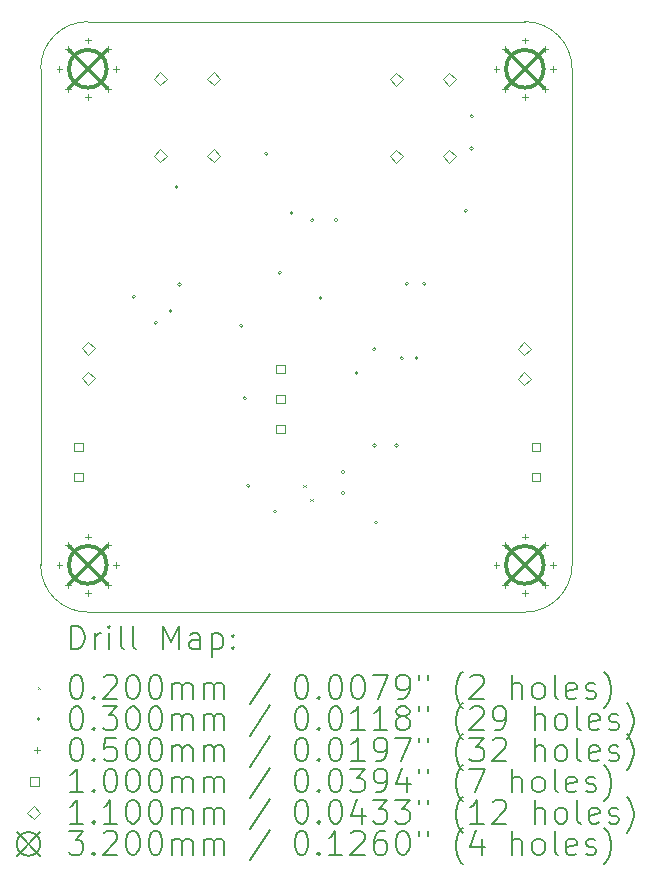
<source format=gbr>
%TF.GenerationSoftware,KiCad,Pcbnew,9.0.4*%
%TF.CreationDate,2026-01-25T08:22:21+01:00*%
%TF.ProjectId,VQFN_Training_Lab,5651464e-5f54-4726-9169-6e696e675f4c,1.0*%
%TF.SameCoordinates,PX7270e00PY7270e00*%
%TF.FileFunction,Drillmap*%
%TF.FilePolarity,Positive*%
%FSLAX45Y45*%
G04 Gerber Fmt 4.5, Leading zero omitted, Abs format (unit mm)*
G04 Created by KiCad (PCBNEW 9.0.4) date 2026-01-25 08:22:21*
%MOMM*%
%LPD*%
G01*
G04 APERTURE LIST*
%ADD10C,0.050000*%
%ADD11C,0.200000*%
%ADD12C,0.100000*%
%ADD13C,0.110000*%
%ADD14C,0.320000*%
G04 APERTURE END LIST*
D10*
X0Y400000D02*
X0Y4600000D01*
X4100000Y0D02*
X400000Y0D01*
X0Y4600000D02*
G75*
G02*
X400000Y5000000I400000J0D01*
G01*
X4100000Y5000000D02*
X400000Y5000000D01*
X4500000Y4600000D02*
X4500000Y400000D01*
X400000Y0D02*
G75*
G02*
X0Y400000I0J400000D01*
G01*
X4500000Y400000D02*
G75*
G02*
X4100000Y0I-400000J0D01*
G01*
X4100000Y5000000D02*
G75*
G02*
X4500000Y4600000I0J-400000D01*
G01*
D11*
D12*
X2225250Y1078000D02*
X2245250Y1058000D01*
X2245250Y1078000D02*
X2225250Y1058000D01*
X2285250Y958000D02*
X2305250Y938000D01*
X2305250Y958000D02*
X2285250Y938000D01*
X805000Y2670000D02*
G75*
G02*
X775000Y2670000I-15000J0D01*
G01*
X775000Y2670000D02*
G75*
G02*
X805000Y2670000I15000J0D01*
G01*
X990000Y2450000D02*
G75*
G02*
X960000Y2450000I-15000J0D01*
G01*
X960000Y2450000D02*
G75*
G02*
X990000Y2450000I15000J0D01*
G01*
X1115000Y2550000D02*
G75*
G02*
X1085000Y2550000I-15000J0D01*
G01*
X1085000Y2550000D02*
G75*
G02*
X1115000Y2550000I15000J0D01*
G01*
X1165000Y3600000D02*
G75*
G02*
X1135000Y3600000I-15000J0D01*
G01*
X1135000Y3600000D02*
G75*
G02*
X1165000Y3600000I15000J0D01*
G01*
X1190000Y2775000D02*
G75*
G02*
X1160000Y2775000I-15000J0D01*
G01*
X1160000Y2775000D02*
G75*
G02*
X1190000Y2775000I15000J0D01*
G01*
X1715000Y2425000D02*
G75*
G02*
X1685000Y2425000I-15000J0D01*
G01*
X1685000Y2425000D02*
G75*
G02*
X1715000Y2425000I15000J0D01*
G01*
X1745000Y1810000D02*
G75*
G02*
X1715000Y1810000I-15000J0D01*
G01*
X1715000Y1810000D02*
G75*
G02*
X1745000Y1810000I15000J0D01*
G01*
X1775000Y1070000D02*
G75*
G02*
X1745000Y1070000I-15000J0D01*
G01*
X1745000Y1070000D02*
G75*
G02*
X1775000Y1070000I15000J0D01*
G01*
X1925000Y3880000D02*
G75*
G02*
X1895000Y3880000I-15000J0D01*
G01*
X1895000Y3880000D02*
G75*
G02*
X1925000Y3880000I15000J0D01*
G01*
X1999000Y853000D02*
G75*
G02*
X1969000Y853000I-15000J0D01*
G01*
X1969000Y853000D02*
G75*
G02*
X1999000Y853000I15000J0D01*
G01*
X2040000Y2875000D02*
G75*
G02*
X2010000Y2875000I-15000J0D01*
G01*
X2010000Y2875000D02*
G75*
G02*
X2040000Y2875000I15000J0D01*
G01*
X2140000Y3380000D02*
G75*
G02*
X2110000Y3380000I-15000J0D01*
G01*
X2110000Y3380000D02*
G75*
G02*
X2140000Y3380000I15000J0D01*
G01*
X2315000Y3317500D02*
G75*
G02*
X2285000Y3317500I-15000J0D01*
G01*
X2285000Y3317500D02*
G75*
G02*
X2315000Y3317500I15000J0D01*
G01*
X2385000Y2660000D02*
G75*
G02*
X2355000Y2660000I-15000J0D01*
G01*
X2355000Y2660000D02*
G75*
G02*
X2385000Y2660000I15000J0D01*
G01*
X2515000Y3320000D02*
G75*
G02*
X2485000Y3320000I-15000J0D01*
G01*
X2485000Y3320000D02*
G75*
G02*
X2515000Y3320000I15000J0D01*
G01*
X2575000Y1185500D02*
G75*
G02*
X2545000Y1185500I-15000J0D01*
G01*
X2545000Y1185500D02*
G75*
G02*
X2575000Y1185500I15000J0D01*
G01*
X2575000Y1010000D02*
G75*
G02*
X2545000Y1010000I-15000J0D01*
G01*
X2545000Y1010000D02*
G75*
G02*
X2575000Y1010000I15000J0D01*
G01*
X2690000Y2025000D02*
G75*
G02*
X2660000Y2025000I-15000J0D01*
G01*
X2660000Y2025000D02*
G75*
G02*
X2690000Y2025000I15000J0D01*
G01*
X2840000Y2225000D02*
G75*
G02*
X2810000Y2225000I-15000J0D01*
G01*
X2810000Y2225000D02*
G75*
G02*
X2840000Y2225000I15000J0D01*
G01*
X2842500Y1410000D02*
G75*
G02*
X2812500Y1410000I-15000J0D01*
G01*
X2812500Y1410000D02*
G75*
G02*
X2842500Y1410000I15000J0D01*
G01*
X2855000Y760000D02*
G75*
G02*
X2825000Y760000I-15000J0D01*
G01*
X2825000Y760000D02*
G75*
G02*
X2855000Y760000I15000J0D01*
G01*
X3027500Y1410000D02*
G75*
G02*
X2997500Y1410000I-15000J0D01*
G01*
X2997500Y1410000D02*
G75*
G02*
X3027500Y1410000I15000J0D01*
G01*
X3072500Y2150000D02*
G75*
G02*
X3042500Y2150000I-15000J0D01*
G01*
X3042500Y2150000D02*
G75*
G02*
X3072500Y2150000I15000J0D01*
G01*
X3115000Y2780000D02*
G75*
G02*
X3085000Y2780000I-15000J0D01*
G01*
X3085000Y2780000D02*
G75*
G02*
X3115000Y2780000I15000J0D01*
G01*
X3197500Y2150000D02*
G75*
G02*
X3167500Y2150000I-15000J0D01*
G01*
X3167500Y2150000D02*
G75*
G02*
X3197500Y2150000I15000J0D01*
G01*
X3265000Y2780000D02*
G75*
G02*
X3235000Y2780000I-15000J0D01*
G01*
X3235000Y2780000D02*
G75*
G02*
X3265000Y2780000I15000J0D01*
G01*
X3615000Y3400000D02*
G75*
G02*
X3585000Y3400000I-15000J0D01*
G01*
X3585000Y3400000D02*
G75*
G02*
X3615000Y3400000I15000J0D01*
G01*
X3665000Y4200000D02*
G75*
G02*
X3635000Y4200000I-15000J0D01*
G01*
X3635000Y4200000D02*
G75*
G02*
X3665000Y4200000I15000J0D01*
G01*
X3665000Y3925000D02*
G75*
G02*
X3635000Y3925000I-15000J0D01*
G01*
X3635000Y3925000D02*
G75*
G02*
X3665000Y3925000I15000J0D01*
G01*
X160000Y4625000D02*
X160000Y4575000D01*
X135000Y4600000D02*
X185000Y4600000D01*
X160000Y425000D02*
X160000Y375000D01*
X135000Y400000D02*
X185000Y400000D01*
X230294Y4794706D02*
X230294Y4744706D01*
X205294Y4769706D02*
X255294Y4769706D01*
X230294Y4455294D02*
X230294Y4405294D01*
X205294Y4430294D02*
X255294Y4430294D01*
X230294Y594706D02*
X230294Y544706D01*
X205294Y569706D02*
X255294Y569706D01*
X230294Y255294D02*
X230294Y205294D01*
X205294Y230294D02*
X255294Y230294D01*
X400000Y4865000D02*
X400000Y4815000D01*
X375000Y4840000D02*
X425000Y4840000D01*
X400000Y4385000D02*
X400000Y4335000D01*
X375000Y4360000D02*
X425000Y4360000D01*
X400000Y665000D02*
X400000Y615000D01*
X375000Y640000D02*
X425000Y640000D01*
X400000Y185000D02*
X400000Y135000D01*
X375000Y160000D02*
X425000Y160000D01*
X569706Y4794706D02*
X569706Y4744706D01*
X544706Y4769706D02*
X594706Y4769706D01*
X569706Y4455294D02*
X569706Y4405294D01*
X544706Y4430294D02*
X594706Y4430294D01*
X569706Y594706D02*
X569706Y544706D01*
X544706Y569706D02*
X594706Y569706D01*
X569706Y255294D02*
X569706Y205294D01*
X544706Y230294D02*
X594706Y230294D01*
X640000Y4625000D02*
X640000Y4575000D01*
X615000Y4600000D02*
X665000Y4600000D01*
X640000Y425000D02*
X640000Y375000D01*
X615000Y400000D02*
X665000Y400000D01*
X3860000Y4625000D02*
X3860000Y4575000D01*
X3835000Y4600000D02*
X3885000Y4600000D01*
X3860000Y425000D02*
X3860000Y375000D01*
X3835000Y400000D02*
X3885000Y400000D01*
X3930294Y4794706D02*
X3930294Y4744706D01*
X3905294Y4769706D02*
X3955294Y4769706D01*
X3930294Y4455294D02*
X3930294Y4405294D01*
X3905294Y4430294D02*
X3955294Y4430294D01*
X3930294Y594706D02*
X3930294Y544706D01*
X3905294Y569706D02*
X3955294Y569706D01*
X3930294Y255294D02*
X3930294Y205294D01*
X3905294Y230294D02*
X3955294Y230294D01*
X4100000Y4865000D02*
X4100000Y4815000D01*
X4075000Y4840000D02*
X4125000Y4840000D01*
X4100000Y4385000D02*
X4100000Y4335000D01*
X4075000Y4360000D02*
X4125000Y4360000D01*
X4100000Y665000D02*
X4100000Y615000D01*
X4075000Y640000D02*
X4125000Y640000D01*
X4100000Y185000D02*
X4100000Y135000D01*
X4075000Y160000D02*
X4125000Y160000D01*
X4269706Y4794706D02*
X4269706Y4744706D01*
X4244706Y4769706D02*
X4294706Y4769706D01*
X4269706Y4455294D02*
X4269706Y4405294D01*
X4244706Y4430294D02*
X4294706Y4430294D01*
X4269706Y594706D02*
X4269706Y544706D01*
X4244706Y569706D02*
X4294706Y569706D01*
X4269706Y255294D02*
X4269706Y205294D01*
X4244706Y230294D02*
X4294706Y230294D01*
X4340000Y4625000D02*
X4340000Y4575000D01*
X4315000Y4600000D02*
X4365000Y4600000D01*
X4340000Y425000D02*
X4340000Y375000D01*
X4315000Y400000D02*
X4365000Y400000D01*
X355356Y1361644D02*
X355356Y1432356D01*
X284644Y1432356D01*
X284644Y1361644D01*
X355356Y1361644D01*
X355356Y1107644D02*
X355356Y1178356D01*
X284644Y1178356D01*
X284644Y1107644D01*
X355356Y1107644D01*
X2065356Y2023894D02*
X2065356Y2094606D01*
X1994644Y2094606D01*
X1994644Y2023894D01*
X2065356Y2023894D01*
X2065356Y1769894D02*
X2065356Y1840606D01*
X1994644Y1840606D01*
X1994644Y1769894D01*
X2065356Y1769894D01*
X2065356Y1515894D02*
X2065356Y1586606D01*
X1994644Y1586606D01*
X1994644Y1515894D01*
X2065356Y1515894D01*
X4227856Y1360644D02*
X4227856Y1431356D01*
X4157144Y1431356D01*
X4157144Y1360644D01*
X4227856Y1360644D01*
X4227856Y1106644D02*
X4227856Y1177356D01*
X4157144Y1177356D01*
X4157144Y1106644D01*
X4227856Y1106644D01*
D13*
X404000Y2178000D02*
X459000Y2233000D01*
X404000Y2288000D01*
X349000Y2233000D01*
X404000Y2178000D01*
X404000Y1924000D02*
X459000Y1979000D01*
X404000Y2034000D01*
X349000Y1979000D01*
X404000Y1924000D01*
X1015000Y4460000D02*
X1070000Y4515000D01*
X1015000Y4570000D01*
X960000Y4515000D01*
X1015000Y4460000D01*
X1015000Y3810000D02*
X1070000Y3865000D01*
X1015000Y3920000D01*
X960000Y3865000D01*
X1015000Y3810000D01*
X1465000Y4460000D02*
X1520000Y4515000D01*
X1465000Y4570000D01*
X1410000Y4515000D01*
X1465000Y4460000D01*
X1465000Y3810000D02*
X1520000Y3865000D01*
X1465000Y3920000D01*
X1410000Y3865000D01*
X1465000Y3810000D01*
X3010000Y4455000D02*
X3065000Y4510000D01*
X3010000Y4565000D01*
X2955000Y4510000D01*
X3010000Y4455000D01*
X3010000Y3805000D02*
X3065000Y3860000D01*
X3010000Y3915000D01*
X2955000Y3860000D01*
X3010000Y3805000D01*
X3460000Y4455000D02*
X3515000Y4510000D01*
X3460000Y4565000D01*
X3405000Y4510000D01*
X3460000Y4455000D01*
X3460000Y3805000D02*
X3515000Y3860000D01*
X3460000Y3915000D01*
X3405000Y3860000D01*
X3460000Y3805000D01*
X4096000Y2175000D02*
X4151000Y2230000D01*
X4096000Y2285000D01*
X4041000Y2230000D01*
X4096000Y2175000D01*
X4096000Y1921000D02*
X4151000Y1976000D01*
X4096000Y2031000D01*
X4041000Y1976000D01*
X4096000Y1921000D01*
D14*
X240000Y4760000D02*
X560000Y4440000D01*
X560000Y4760000D02*
X240000Y4440000D01*
X560000Y4600000D02*
G75*
G02*
X240000Y4600000I-160000J0D01*
G01*
X240000Y4600000D02*
G75*
G02*
X560000Y4600000I160000J0D01*
G01*
X240000Y560000D02*
X560000Y240000D01*
X560000Y560000D02*
X240000Y240000D01*
X560000Y400000D02*
G75*
G02*
X240000Y400000I-160000J0D01*
G01*
X240000Y400000D02*
G75*
G02*
X560000Y400000I160000J0D01*
G01*
X3940000Y4760000D02*
X4260000Y4440000D01*
X4260000Y4760000D02*
X3940000Y4440000D01*
X4260000Y4600000D02*
G75*
G02*
X3940000Y4600000I-160000J0D01*
G01*
X3940000Y4600000D02*
G75*
G02*
X4260000Y4600000I160000J0D01*
G01*
X3940000Y560000D02*
X4260000Y240000D01*
X4260000Y560000D02*
X3940000Y240000D01*
X4260000Y400000D02*
G75*
G02*
X3940000Y400000I-160000J0D01*
G01*
X3940000Y400000D02*
G75*
G02*
X4260000Y400000I160000J0D01*
G01*
D11*
X258277Y-313984D02*
X258277Y-113984D01*
X258277Y-113984D02*
X305896Y-113984D01*
X305896Y-113984D02*
X334467Y-123508D01*
X334467Y-123508D02*
X353515Y-142555D01*
X353515Y-142555D02*
X363039Y-161603D01*
X363039Y-161603D02*
X372562Y-199698D01*
X372562Y-199698D02*
X372562Y-228269D01*
X372562Y-228269D02*
X363039Y-266365D01*
X363039Y-266365D02*
X353515Y-285412D01*
X353515Y-285412D02*
X334467Y-304460D01*
X334467Y-304460D02*
X305896Y-313984D01*
X305896Y-313984D02*
X258277Y-313984D01*
X458277Y-313984D02*
X458277Y-180650D01*
X458277Y-218746D02*
X467801Y-199698D01*
X467801Y-199698D02*
X477324Y-190174D01*
X477324Y-190174D02*
X496372Y-180650D01*
X496372Y-180650D02*
X515420Y-180650D01*
X582086Y-313984D02*
X582086Y-180650D01*
X582086Y-113984D02*
X572563Y-123508D01*
X572563Y-123508D02*
X582086Y-133031D01*
X582086Y-133031D02*
X591610Y-123508D01*
X591610Y-123508D02*
X582086Y-113984D01*
X582086Y-113984D02*
X582086Y-133031D01*
X705896Y-313984D02*
X686848Y-304460D01*
X686848Y-304460D02*
X677324Y-285412D01*
X677324Y-285412D02*
X677324Y-113984D01*
X810658Y-313984D02*
X791610Y-304460D01*
X791610Y-304460D02*
X782086Y-285412D01*
X782086Y-285412D02*
X782086Y-113984D01*
X1039229Y-313984D02*
X1039229Y-113984D01*
X1039229Y-113984D02*
X1105896Y-256841D01*
X1105896Y-256841D02*
X1172563Y-113984D01*
X1172563Y-113984D02*
X1172563Y-313984D01*
X1353515Y-313984D02*
X1353515Y-209222D01*
X1353515Y-209222D02*
X1343991Y-190174D01*
X1343991Y-190174D02*
X1324944Y-180650D01*
X1324944Y-180650D02*
X1286848Y-180650D01*
X1286848Y-180650D02*
X1267801Y-190174D01*
X1353515Y-304460D02*
X1334467Y-313984D01*
X1334467Y-313984D02*
X1286848Y-313984D01*
X1286848Y-313984D02*
X1267801Y-304460D01*
X1267801Y-304460D02*
X1258277Y-285412D01*
X1258277Y-285412D02*
X1258277Y-266365D01*
X1258277Y-266365D02*
X1267801Y-247317D01*
X1267801Y-247317D02*
X1286848Y-237793D01*
X1286848Y-237793D02*
X1334467Y-237793D01*
X1334467Y-237793D02*
X1353515Y-228269D01*
X1448753Y-180650D02*
X1448753Y-380650D01*
X1448753Y-190174D02*
X1467801Y-180650D01*
X1467801Y-180650D02*
X1505896Y-180650D01*
X1505896Y-180650D02*
X1524943Y-190174D01*
X1524943Y-190174D02*
X1534467Y-199698D01*
X1534467Y-199698D02*
X1543991Y-218746D01*
X1543991Y-218746D02*
X1543991Y-275889D01*
X1543991Y-275889D02*
X1534467Y-294936D01*
X1534467Y-294936D02*
X1524943Y-304460D01*
X1524943Y-304460D02*
X1505896Y-313984D01*
X1505896Y-313984D02*
X1467801Y-313984D01*
X1467801Y-313984D02*
X1448753Y-304460D01*
X1629705Y-294936D02*
X1639229Y-304460D01*
X1639229Y-304460D02*
X1629705Y-313984D01*
X1629705Y-313984D02*
X1620182Y-304460D01*
X1620182Y-304460D02*
X1629705Y-294936D01*
X1629705Y-294936D02*
X1629705Y-313984D01*
X1629705Y-190174D02*
X1639229Y-199698D01*
X1639229Y-199698D02*
X1629705Y-209222D01*
X1629705Y-209222D02*
X1620182Y-199698D01*
X1620182Y-199698D02*
X1629705Y-190174D01*
X1629705Y-190174D02*
X1629705Y-209222D01*
D12*
X-22500Y-632500D02*
X-2500Y-652500D01*
X-2500Y-632500D02*
X-22500Y-652500D01*
D11*
X296372Y-533984D02*
X315420Y-533984D01*
X315420Y-533984D02*
X334467Y-543508D01*
X334467Y-543508D02*
X343991Y-553031D01*
X343991Y-553031D02*
X353515Y-572079D01*
X353515Y-572079D02*
X363039Y-610174D01*
X363039Y-610174D02*
X363039Y-657793D01*
X363039Y-657793D02*
X353515Y-695889D01*
X353515Y-695889D02*
X343991Y-714936D01*
X343991Y-714936D02*
X334467Y-724460D01*
X334467Y-724460D02*
X315420Y-733984D01*
X315420Y-733984D02*
X296372Y-733984D01*
X296372Y-733984D02*
X277324Y-724460D01*
X277324Y-724460D02*
X267801Y-714936D01*
X267801Y-714936D02*
X258277Y-695889D01*
X258277Y-695889D02*
X248753Y-657793D01*
X248753Y-657793D02*
X248753Y-610174D01*
X248753Y-610174D02*
X258277Y-572079D01*
X258277Y-572079D02*
X267801Y-553031D01*
X267801Y-553031D02*
X277324Y-543508D01*
X277324Y-543508D02*
X296372Y-533984D01*
X448753Y-714936D02*
X458277Y-724460D01*
X458277Y-724460D02*
X448753Y-733984D01*
X448753Y-733984D02*
X439229Y-724460D01*
X439229Y-724460D02*
X448753Y-714936D01*
X448753Y-714936D02*
X448753Y-733984D01*
X534467Y-553031D02*
X543991Y-543508D01*
X543991Y-543508D02*
X563039Y-533984D01*
X563039Y-533984D02*
X610658Y-533984D01*
X610658Y-533984D02*
X629705Y-543508D01*
X629705Y-543508D02*
X639229Y-553031D01*
X639229Y-553031D02*
X648753Y-572079D01*
X648753Y-572079D02*
X648753Y-591127D01*
X648753Y-591127D02*
X639229Y-619698D01*
X639229Y-619698D02*
X524944Y-733984D01*
X524944Y-733984D02*
X648753Y-733984D01*
X772562Y-533984D02*
X791610Y-533984D01*
X791610Y-533984D02*
X810658Y-543508D01*
X810658Y-543508D02*
X820182Y-553031D01*
X820182Y-553031D02*
X829705Y-572079D01*
X829705Y-572079D02*
X839229Y-610174D01*
X839229Y-610174D02*
X839229Y-657793D01*
X839229Y-657793D02*
X829705Y-695889D01*
X829705Y-695889D02*
X820182Y-714936D01*
X820182Y-714936D02*
X810658Y-724460D01*
X810658Y-724460D02*
X791610Y-733984D01*
X791610Y-733984D02*
X772562Y-733984D01*
X772562Y-733984D02*
X753515Y-724460D01*
X753515Y-724460D02*
X743991Y-714936D01*
X743991Y-714936D02*
X734467Y-695889D01*
X734467Y-695889D02*
X724943Y-657793D01*
X724943Y-657793D02*
X724943Y-610174D01*
X724943Y-610174D02*
X734467Y-572079D01*
X734467Y-572079D02*
X743991Y-553031D01*
X743991Y-553031D02*
X753515Y-543508D01*
X753515Y-543508D02*
X772562Y-533984D01*
X963039Y-533984D02*
X982086Y-533984D01*
X982086Y-533984D02*
X1001134Y-543508D01*
X1001134Y-543508D02*
X1010658Y-553031D01*
X1010658Y-553031D02*
X1020182Y-572079D01*
X1020182Y-572079D02*
X1029705Y-610174D01*
X1029705Y-610174D02*
X1029705Y-657793D01*
X1029705Y-657793D02*
X1020182Y-695889D01*
X1020182Y-695889D02*
X1010658Y-714936D01*
X1010658Y-714936D02*
X1001134Y-724460D01*
X1001134Y-724460D02*
X982086Y-733984D01*
X982086Y-733984D02*
X963039Y-733984D01*
X963039Y-733984D02*
X943991Y-724460D01*
X943991Y-724460D02*
X934467Y-714936D01*
X934467Y-714936D02*
X924943Y-695889D01*
X924943Y-695889D02*
X915420Y-657793D01*
X915420Y-657793D02*
X915420Y-610174D01*
X915420Y-610174D02*
X924943Y-572079D01*
X924943Y-572079D02*
X934467Y-553031D01*
X934467Y-553031D02*
X943991Y-543508D01*
X943991Y-543508D02*
X963039Y-533984D01*
X1115420Y-733984D02*
X1115420Y-600650D01*
X1115420Y-619698D02*
X1124944Y-610174D01*
X1124944Y-610174D02*
X1143991Y-600650D01*
X1143991Y-600650D02*
X1172563Y-600650D01*
X1172563Y-600650D02*
X1191610Y-610174D01*
X1191610Y-610174D02*
X1201134Y-629222D01*
X1201134Y-629222D02*
X1201134Y-733984D01*
X1201134Y-629222D02*
X1210658Y-610174D01*
X1210658Y-610174D02*
X1229705Y-600650D01*
X1229705Y-600650D02*
X1258277Y-600650D01*
X1258277Y-600650D02*
X1277325Y-610174D01*
X1277325Y-610174D02*
X1286848Y-629222D01*
X1286848Y-629222D02*
X1286848Y-733984D01*
X1382086Y-733984D02*
X1382086Y-600650D01*
X1382086Y-619698D02*
X1391610Y-610174D01*
X1391610Y-610174D02*
X1410658Y-600650D01*
X1410658Y-600650D02*
X1439229Y-600650D01*
X1439229Y-600650D02*
X1458277Y-610174D01*
X1458277Y-610174D02*
X1467801Y-629222D01*
X1467801Y-629222D02*
X1467801Y-733984D01*
X1467801Y-629222D02*
X1477324Y-610174D01*
X1477324Y-610174D02*
X1496372Y-600650D01*
X1496372Y-600650D02*
X1524943Y-600650D01*
X1524943Y-600650D02*
X1543991Y-610174D01*
X1543991Y-610174D02*
X1553515Y-629222D01*
X1553515Y-629222D02*
X1553515Y-733984D01*
X1943991Y-524460D02*
X1772563Y-781603D01*
X2201134Y-533984D02*
X2220182Y-533984D01*
X2220182Y-533984D02*
X2239229Y-543508D01*
X2239229Y-543508D02*
X2248753Y-553031D01*
X2248753Y-553031D02*
X2258277Y-572079D01*
X2258277Y-572079D02*
X2267801Y-610174D01*
X2267801Y-610174D02*
X2267801Y-657793D01*
X2267801Y-657793D02*
X2258277Y-695889D01*
X2258277Y-695889D02*
X2248753Y-714936D01*
X2248753Y-714936D02*
X2239229Y-724460D01*
X2239229Y-724460D02*
X2220182Y-733984D01*
X2220182Y-733984D02*
X2201134Y-733984D01*
X2201134Y-733984D02*
X2182087Y-724460D01*
X2182087Y-724460D02*
X2172563Y-714936D01*
X2172563Y-714936D02*
X2163039Y-695889D01*
X2163039Y-695889D02*
X2153515Y-657793D01*
X2153515Y-657793D02*
X2153515Y-610174D01*
X2153515Y-610174D02*
X2163039Y-572079D01*
X2163039Y-572079D02*
X2172563Y-553031D01*
X2172563Y-553031D02*
X2182087Y-543508D01*
X2182087Y-543508D02*
X2201134Y-533984D01*
X2353515Y-714936D02*
X2363039Y-724460D01*
X2363039Y-724460D02*
X2353515Y-733984D01*
X2353515Y-733984D02*
X2343991Y-724460D01*
X2343991Y-724460D02*
X2353515Y-714936D01*
X2353515Y-714936D02*
X2353515Y-733984D01*
X2486848Y-533984D02*
X2505896Y-533984D01*
X2505896Y-533984D02*
X2524944Y-543508D01*
X2524944Y-543508D02*
X2534468Y-553031D01*
X2534468Y-553031D02*
X2543991Y-572079D01*
X2543991Y-572079D02*
X2553515Y-610174D01*
X2553515Y-610174D02*
X2553515Y-657793D01*
X2553515Y-657793D02*
X2543991Y-695889D01*
X2543991Y-695889D02*
X2534468Y-714936D01*
X2534468Y-714936D02*
X2524944Y-724460D01*
X2524944Y-724460D02*
X2505896Y-733984D01*
X2505896Y-733984D02*
X2486848Y-733984D01*
X2486848Y-733984D02*
X2467801Y-724460D01*
X2467801Y-724460D02*
X2458277Y-714936D01*
X2458277Y-714936D02*
X2448753Y-695889D01*
X2448753Y-695889D02*
X2439229Y-657793D01*
X2439229Y-657793D02*
X2439229Y-610174D01*
X2439229Y-610174D02*
X2448753Y-572079D01*
X2448753Y-572079D02*
X2458277Y-553031D01*
X2458277Y-553031D02*
X2467801Y-543508D01*
X2467801Y-543508D02*
X2486848Y-533984D01*
X2677325Y-533984D02*
X2696372Y-533984D01*
X2696372Y-533984D02*
X2715420Y-543508D01*
X2715420Y-543508D02*
X2724944Y-553031D01*
X2724944Y-553031D02*
X2734468Y-572079D01*
X2734468Y-572079D02*
X2743991Y-610174D01*
X2743991Y-610174D02*
X2743991Y-657793D01*
X2743991Y-657793D02*
X2734468Y-695889D01*
X2734468Y-695889D02*
X2724944Y-714936D01*
X2724944Y-714936D02*
X2715420Y-724460D01*
X2715420Y-724460D02*
X2696372Y-733984D01*
X2696372Y-733984D02*
X2677325Y-733984D01*
X2677325Y-733984D02*
X2658277Y-724460D01*
X2658277Y-724460D02*
X2648753Y-714936D01*
X2648753Y-714936D02*
X2639229Y-695889D01*
X2639229Y-695889D02*
X2629706Y-657793D01*
X2629706Y-657793D02*
X2629706Y-610174D01*
X2629706Y-610174D02*
X2639229Y-572079D01*
X2639229Y-572079D02*
X2648753Y-553031D01*
X2648753Y-553031D02*
X2658277Y-543508D01*
X2658277Y-543508D02*
X2677325Y-533984D01*
X2810658Y-533984D02*
X2943991Y-533984D01*
X2943991Y-533984D02*
X2858277Y-733984D01*
X3029706Y-733984D02*
X3067801Y-733984D01*
X3067801Y-733984D02*
X3086848Y-724460D01*
X3086848Y-724460D02*
X3096372Y-714936D01*
X3096372Y-714936D02*
X3115420Y-686365D01*
X3115420Y-686365D02*
X3124944Y-648270D01*
X3124944Y-648270D02*
X3124944Y-572079D01*
X3124944Y-572079D02*
X3115420Y-553031D01*
X3115420Y-553031D02*
X3105896Y-543508D01*
X3105896Y-543508D02*
X3086848Y-533984D01*
X3086848Y-533984D02*
X3048753Y-533984D01*
X3048753Y-533984D02*
X3029706Y-543508D01*
X3029706Y-543508D02*
X3020182Y-553031D01*
X3020182Y-553031D02*
X3010658Y-572079D01*
X3010658Y-572079D02*
X3010658Y-619698D01*
X3010658Y-619698D02*
X3020182Y-638746D01*
X3020182Y-638746D02*
X3029706Y-648270D01*
X3029706Y-648270D02*
X3048753Y-657793D01*
X3048753Y-657793D02*
X3086848Y-657793D01*
X3086848Y-657793D02*
X3105896Y-648270D01*
X3105896Y-648270D02*
X3115420Y-638746D01*
X3115420Y-638746D02*
X3124944Y-619698D01*
X3201134Y-533984D02*
X3201134Y-572079D01*
X3277325Y-533984D02*
X3277325Y-572079D01*
X3572563Y-810174D02*
X3563039Y-800650D01*
X3563039Y-800650D02*
X3543991Y-772079D01*
X3543991Y-772079D02*
X3534468Y-753031D01*
X3534468Y-753031D02*
X3524944Y-724460D01*
X3524944Y-724460D02*
X3515420Y-676841D01*
X3515420Y-676841D02*
X3515420Y-638746D01*
X3515420Y-638746D02*
X3524944Y-591127D01*
X3524944Y-591127D02*
X3534468Y-562555D01*
X3534468Y-562555D02*
X3543991Y-543508D01*
X3543991Y-543508D02*
X3563039Y-514936D01*
X3563039Y-514936D02*
X3572563Y-505412D01*
X3639229Y-553031D02*
X3648753Y-543508D01*
X3648753Y-543508D02*
X3667801Y-533984D01*
X3667801Y-533984D02*
X3715420Y-533984D01*
X3715420Y-533984D02*
X3734468Y-543508D01*
X3734468Y-543508D02*
X3743991Y-553031D01*
X3743991Y-553031D02*
X3753515Y-572079D01*
X3753515Y-572079D02*
X3753515Y-591127D01*
X3753515Y-591127D02*
X3743991Y-619698D01*
X3743991Y-619698D02*
X3629706Y-733984D01*
X3629706Y-733984D02*
X3753515Y-733984D01*
X3991610Y-733984D02*
X3991610Y-533984D01*
X4077325Y-733984D02*
X4077325Y-629222D01*
X4077325Y-629222D02*
X4067801Y-610174D01*
X4067801Y-610174D02*
X4048753Y-600650D01*
X4048753Y-600650D02*
X4020182Y-600650D01*
X4020182Y-600650D02*
X4001134Y-610174D01*
X4001134Y-610174D02*
X3991610Y-619698D01*
X4201134Y-733984D02*
X4182087Y-724460D01*
X4182087Y-724460D02*
X4172563Y-714936D01*
X4172563Y-714936D02*
X4163039Y-695889D01*
X4163039Y-695889D02*
X4163039Y-638746D01*
X4163039Y-638746D02*
X4172563Y-619698D01*
X4172563Y-619698D02*
X4182087Y-610174D01*
X4182087Y-610174D02*
X4201134Y-600650D01*
X4201134Y-600650D02*
X4229706Y-600650D01*
X4229706Y-600650D02*
X4248753Y-610174D01*
X4248753Y-610174D02*
X4258277Y-619698D01*
X4258277Y-619698D02*
X4267801Y-638746D01*
X4267801Y-638746D02*
X4267801Y-695889D01*
X4267801Y-695889D02*
X4258277Y-714936D01*
X4258277Y-714936D02*
X4248753Y-724460D01*
X4248753Y-724460D02*
X4229706Y-733984D01*
X4229706Y-733984D02*
X4201134Y-733984D01*
X4382087Y-733984D02*
X4363039Y-724460D01*
X4363039Y-724460D02*
X4353515Y-705412D01*
X4353515Y-705412D02*
X4353515Y-533984D01*
X4534468Y-724460D02*
X4515420Y-733984D01*
X4515420Y-733984D02*
X4477325Y-733984D01*
X4477325Y-733984D02*
X4458277Y-724460D01*
X4458277Y-724460D02*
X4448753Y-705412D01*
X4448753Y-705412D02*
X4448753Y-629222D01*
X4448753Y-629222D02*
X4458277Y-610174D01*
X4458277Y-610174D02*
X4477325Y-600650D01*
X4477325Y-600650D02*
X4515420Y-600650D01*
X4515420Y-600650D02*
X4534468Y-610174D01*
X4534468Y-610174D02*
X4543992Y-629222D01*
X4543992Y-629222D02*
X4543992Y-648270D01*
X4543992Y-648270D02*
X4448753Y-667317D01*
X4620182Y-724460D02*
X4639230Y-733984D01*
X4639230Y-733984D02*
X4677325Y-733984D01*
X4677325Y-733984D02*
X4696373Y-724460D01*
X4696373Y-724460D02*
X4705896Y-705412D01*
X4705896Y-705412D02*
X4705896Y-695889D01*
X4705896Y-695889D02*
X4696373Y-676841D01*
X4696373Y-676841D02*
X4677325Y-667317D01*
X4677325Y-667317D02*
X4648753Y-667317D01*
X4648753Y-667317D02*
X4629706Y-657793D01*
X4629706Y-657793D02*
X4620182Y-638746D01*
X4620182Y-638746D02*
X4620182Y-629222D01*
X4620182Y-629222D02*
X4629706Y-610174D01*
X4629706Y-610174D02*
X4648753Y-600650D01*
X4648753Y-600650D02*
X4677325Y-600650D01*
X4677325Y-600650D02*
X4696373Y-610174D01*
X4772563Y-810174D02*
X4782087Y-800650D01*
X4782087Y-800650D02*
X4801134Y-772079D01*
X4801134Y-772079D02*
X4810658Y-753031D01*
X4810658Y-753031D02*
X4820182Y-724460D01*
X4820182Y-724460D02*
X4829706Y-676841D01*
X4829706Y-676841D02*
X4829706Y-638746D01*
X4829706Y-638746D02*
X4820182Y-591127D01*
X4820182Y-591127D02*
X4810658Y-562555D01*
X4810658Y-562555D02*
X4801134Y-543508D01*
X4801134Y-543508D02*
X4782087Y-514936D01*
X4782087Y-514936D02*
X4772563Y-505412D01*
D12*
X-2500Y-906500D02*
G75*
G02*
X-32500Y-906500I-15000J0D01*
G01*
X-32500Y-906500D02*
G75*
G02*
X-2500Y-906500I15000J0D01*
G01*
D11*
X296372Y-797984D02*
X315420Y-797984D01*
X315420Y-797984D02*
X334467Y-807508D01*
X334467Y-807508D02*
X343991Y-817031D01*
X343991Y-817031D02*
X353515Y-836079D01*
X353515Y-836079D02*
X363039Y-874174D01*
X363039Y-874174D02*
X363039Y-921793D01*
X363039Y-921793D02*
X353515Y-959888D01*
X353515Y-959888D02*
X343991Y-978936D01*
X343991Y-978936D02*
X334467Y-988460D01*
X334467Y-988460D02*
X315420Y-997984D01*
X315420Y-997984D02*
X296372Y-997984D01*
X296372Y-997984D02*
X277324Y-988460D01*
X277324Y-988460D02*
X267801Y-978936D01*
X267801Y-978936D02*
X258277Y-959888D01*
X258277Y-959888D02*
X248753Y-921793D01*
X248753Y-921793D02*
X248753Y-874174D01*
X248753Y-874174D02*
X258277Y-836079D01*
X258277Y-836079D02*
X267801Y-817031D01*
X267801Y-817031D02*
X277324Y-807508D01*
X277324Y-807508D02*
X296372Y-797984D01*
X448753Y-978936D02*
X458277Y-988460D01*
X458277Y-988460D02*
X448753Y-997984D01*
X448753Y-997984D02*
X439229Y-988460D01*
X439229Y-988460D02*
X448753Y-978936D01*
X448753Y-978936D02*
X448753Y-997984D01*
X524944Y-797984D02*
X648753Y-797984D01*
X648753Y-797984D02*
X582086Y-874174D01*
X582086Y-874174D02*
X610658Y-874174D01*
X610658Y-874174D02*
X629705Y-883698D01*
X629705Y-883698D02*
X639229Y-893222D01*
X639229Y-893222D02*
X648753Y-912269D01*
X648753Y-912269D02*
X648753Y-959888D01*
X648753Y-959888D02*
X639229Y-978936D01*
X639229Y-978936D02*
X629705Y-988460D01*
X629705Y-988460D02*
X610658Y-997984D01*
X610658Y-997984D02*
X553515Y-997984D01*
X553515Y-997984D02*
X534467Y-988460D01*
X534467Y-988460D02*
X524944Y-978936D01*
X772562Y-797984D02*
X791610Y-797984D01*
X791610Y-797984D02*
X810658Y-807508D01*
X810658Y-807508D02*
X820182Y-817031D01*
X820182Y-817031D02*
X829705Y-836079D01*
X829705Y-836079D02*
X839229Y-874174D01*
X839229Y-874174D02*
X839229Y-921793D01*
X839229Y-921793D02*
X829705Y-959888D01*
X829705Y-959888D02*
X820182Y-978936D01*
X820182Y-978936D02*
X810658Y-988460D01*
X810658Y-988460D02*
X791610Y-997984D01*
X791610Y-997984D02*
X772562Y-997984D01*
X772562Y-997984D02*
X753515Y-988460D01*
X753515Y-988460D02*
X743991Y-978936D01*
X743991Y-978936D02*
X734467Y-959888D01*
X734467Y-959888D02*
X724943Y-921793D01*
X724943Y-921793D02*
X724943Y-874174D01*
X724943Y-874174D02*
X734467Y-836079D01*
X734467Y-836079D02*
X743991Y-817031D01*
X743991Y-817031D02*
X753515Y-807508D01*
X753515Y-807508D02*
X772562Y-797984D01*
X963039Y-797984D02*
X982086Y-797984D01*
X982086Y-797984D02*
X1001134Y-807508D01*
X1001134Y-807508D02*
X1010658Y-817031D01*
X1010658Y-817031D02*
X1020182Y-836079D01*
X1020182Y-836079D02*
X1029705Y-874174D01*
X1029705Y-874174D02*
X1029705Y-921793D01*
X1029705Y-921793D02*
X1020182Y-959888D01*
X1020182Y-959888D02*
X1010658Y-978936D01*
X1010658Y-978936D02*
X1001134Y-988460D01*
X1001134Y-988460D02*
X982086Y-997984D01*
X982086Y-997984D02*
X963039Y-997984D01*
X963039Y-997984D02*
X943991Y-988460D01*
X943991Y-988460D02*
X934467Y-978936D01*
X934467Y-978936D02*
X924943Y-959888D01*
X924943Y-959888D02*
X915420Y-921793D01*
X915420Y-921793D02*
X915420Y-874174D01*
X915420Y-874174D02*
X924943Y-836079D01*
X924943Y-836079D02*
X934467Y-817031D01*
X934467Y-817031D02*
X943991Y-807508D01*
X943991Y-807508D02*
X963039Y-797984D01*
X1115420Y-997984D02*
X1115420Y-864650D01*
X1115420Y-883698D02*
X1124944Y-874174D01*
X1124944Y-874174D02*
X1143991Y-864650D01*
X1143991Y-864650D02*
X1172563Y-864650D01*
X1172563Y-864650D02*
X1191610Y-874174D01*
X1191610Y-874174D02*
X1201134Y-893222D01*
X1201134Y-893222D02*
X1201134Y-997984D01*
X1201134Y-893222D02*
X1210658Y-874174D01*
X1210658Y-874174D02*
X1229705Y-864650D01*
X1229705Y-864650D02*
X1258277Y-864650D01*
X1258277Y-864650D02*
X1277325Y-874174D01*
X1277325Y-874174D02*
X1286848Y-893222D01*
X1286848Y-893222D02*
X1286848Y-997984D01*
X1382086Y-997984D02*
X1382086Y-864650D01*
X1382086Y-883698D02*
X1391610Y-874174D01*
X1391610Y-874174D02*
X1410658Y-864650D01*
X1410658Y-864650D02*
X1439229Y-864650D01*
X1439229Y-864650D02*
X1458277Y-874174D01*
X1458277Y-874174D02*
X1467801Y-893222D01*
X1467801Y-893222D02*
X1467801Y-997984D01*
X1467801Y-893222D02*
X1477324Y-874174D01*
X1477324Y-874174D02*
X1496372Y-864650D01*
X1496372Y-864650D02*
X1524943Y-864650D01*
X1524943Y-864650D02*
X1543991Y-874174D01*
X1543991Y-874174D02*
X1553515Y-893222D01*
X1553515Y-893222D02*
X1553515Y-997984D01*
X1943991Y-788460D02*
X1772563Y-1045603D01*
X2201134Y-797984D02*
X2220182Y-797984D01*
X2220182Y-797984D02*
X2239229Y-807508D01*
X2239229Y-807508D02*
X2248753Y-817031D01*
X2248753Y-817031D02*
X2258277Y-836079D01*
X2258277Y-836079D02*
X2267801Y-874174D01*
X2267801Y-874174D02*
X2267801Y-921793D01*
X2267801Y-921793D02*
X2258277Y-959888D01*
X2258277Y-959888D02*
X2248753Y-978936D01*
X2248753Y-978936D02*
X2239229Y-988460D01*
X2239229Y-988460D02*
X2220182Y-997984D01*
X2220182Y-997984D02*
X2201134Y-997984D01*
X2201134Y-997984D02*
X2182087Y-988460D01*
X2182087Y-988460D02*
X2172563Y-978936D01*
X2172563Y-978936D02*
X2163039Y-959888D01*
X2163039Y-959888D02*
X2153515Y-921793D01*
X2153515Y-921793D02*
X2153515Y-874174D01*
X2153515Y-874174D02*
X2163039Y-836079D01*
X2163039Y-836079D02*
X2172563Y-817031D01*
X2172563Y-817031D02*
X2182087Y-807508D01*
X2182087Y-807508D02*
X2201134Y-797984D01*
X2353515Y-978936D02*
X2363039Y-988460D01*
X2363039Y-988460D02*
X2353515Y-997984D01*
X2353515Y-997984D02*
X2343991Y-988460D01*
X2343991Y-988460D02*
X2353515Y-978936D01*
X2353515Y-978936D02*
X2353515Y-997984D01*
X2486848Y-797984D02*
X2505896Y-797984D01*
X2505896Y-797984D02*
X2524944Y-807508D01*
X2524944Y-807508D02*
X2534468Y-817031D01*
X2534468Y-817031D02*
X2543991Y-836079D01*
X2543991Y-836079D02*
X2553515Y-874174D01*
X2553515Y-874174D02*
X2553515Y-921793D01*
X2553515Y-921793D02*
X2543991Y-959888D01*
X2543991Y-959888D02*
X2534468Y-978936D01*
X2534468Y-978936D02*
X2524944Y-988460D01*
X2524944Y-988460D02*
X2505896Y-997984D01*
X2505896Y-997984D02*
X2486848Y-997984D01*
X2486848Y-997984D02*
X2467801Y-988460D01*
X2467801Y-988460D02*
X2458277Y-978936D01*
X2458277Y-978936D02*
X2448753Y-959888D01*
X2448753Y-959888D02*
X2439229Y-921793D01*
X2439229Y-921793D02*
X2439229Y-874174D01*
X2439229Y-874174D02*
X2448753Y-836079D01*
X2448753Y-836079D02*
X2458277Y-817031D01*
X2458277Y-817031D02*
X2467801Y-807508D01*
X2467801Y-807508D02*
X2486848Y-797984D01*
X2743991Y-997984D02*
X2629706Y-997984D01*
X2686848Y-997984D02*
X2686848Y-797984D01*
X2686848Y-797984D02*
X2667801Y-826555D01*
X2667801Y-826555D02*
X2648753Y-845603D01*
X2648753Y-845603D02*
X2629706Y-855127D01*
X2934467Y-997984D02*
X2820182Y-997984D01*
X2877325Y-997984D02*
X2877325Y-797984D01*
X2877325Y-797984D02*
X2858277Y-826555D01*
X2858277Y-826555D02*
X2839229Y-845603D01*
X2839229Y-845603D02*
X2820182Y-855127D01*
X3048753Y-883698D02*
X3029706Y-874174D01*
X3029706Y-874174D02*
X3020182Y-864650D01*
X3020182Y-864650D02*
X3010658Y-845603D01*
X3010658Y-845603D02*
X3010658Y-836079D01*
X3010658Y-836079D02*
X3020182Y-817031D01*
X3020182Y-817031D02*
X3029706Y-807508D01*
X3029706Y-807508D02*
X3048753Y-797984D01*
X3048753Y-797984D02*
X3086848Y-797984D01*
X3086848Y-797984D02*
X3105896Y-807508D01*
X3105896Y-807508D02*
X3115420Y-817031D01*
X3115420Y-817031D02*
X3124944Y-836079D01*
X3124944Y-836079D02*
X3124944Y-845603D01*
X3124944Y-845603D02*
X3115420Y-864650D01*
X3115420Y-864650D02*
X3105896Y-874174D01*
X3105896Y-874174D02*
X3086848Y-883698D01*
X3086848Y-883698D02*
X3048753Y-883698D01*
X3048753Y-883698D02*
X3029706Y-893222D01*
X3029706Y-893222D02*
X3020182Y-902746D01*
X3020182Y-902746D02*
X3010658Y-921793D01*
X3010658Y-921793D02*
X3010658Y-959888D01*
X3010658Y-959888D02*
X3020182Y-978936D01*
X3020182Y-978936D02*
X3029706Y-988460D01*
X3029706Y-988460D02*
X3048753Y-997984D01*
X3048753Y-997984D02*
X3086848Y-997984D01*
X3086848Y-997984D02*
X3105896Y-988460D01*
X3105896Y-988460D02*
X3115420Y-978936D01*
X3115420Y-978936D02*
X3124944Y-959888D01*
X3124944Y-959888D02*
X3124944Y-921793D01*
X3124944Y-921793D02*
X3115420Y-902746D01*
X3115420Y-902746D02*
X3105896Y-893222D01*
X3105896Y-893222D02*
X3086848Y-883698D01*
X3201134Y-797984D02*
X3201134Y-836079D01*
X3277325Y-797984D02*
X3277325Y-836079D01*
X3572563Y-1074174D02*
X3563039Y-1064650D01*
X3563039Y-1064650D02*
X3543991Y-1036079D01*
X3543991Y-1036079D02*
X3534468Y-1017031D01*
X3534468Y-1017031D02*
X3524944Y-988460D01*
X3524944Y-988460D02*
X3515420Y-940841D01*
X3515420Y-940841D02*
X3515420Y-902746D01*
X3515420Y-902746D02*
X3524944Y-855127D01*
X3524944Y-855127D02*
X3534468Y-826555D01*
X3534468Y-826555D02*
X3543991Y-807508D01*
X3543991Y-807508D02*
X3563039Y-778936D01*
X3563039Y-778936D02*
X3572563Y-769412D01*
X3639229Y-817031D02*
X3648753Y-807508D01*
X3648753Y-807508D02*
X3667801Y-797984D01*
X3667801Y-797984D02*
X3715420Y-797984D01*
X3715420Y-797984D02*
X3734468Y-807508D01*
X3734468Y-807508D02*
X3743991Y-817031D01*
X3743991Y-817031D02*
X3753515Y-836079D01*
X3753515Y-836079D02*
X3753515Y-855127D01*
X3753515Y-855127D02*
X3743991Y-883698D01*
X3743991Y-883698D02*
X3629706Y-997984D01*
X3629706Y-997984D02*
X3753515Y-997984D01*
X3848753Y-997984D02*
X3886848Y-997984D01*
X3886848Y-997984D02*
X3905896Y-988460D01*
X3905896Y-988460D02*
X3915420Y-978936D01*
X3915420Y-978936D02*
X3934468Y-950365D01*
X3934468Y-950365D02*
X3943991Y-912269D01*
X3943991Y-912269D02*
X3943991Y-836079D01*
X3943991Y-836079D02*
X3934468Y-817031D01*
X3934468Y-817031D02*
X3924944Y-807508D01*
X3924944Y-807508D02*
X3905896Y-797984D01*
X3905896Y-797984D02*
X3867801Y-797984D01*
X3867801Y-797984D02*
X3848753Y-807508D01*
X3848753Y-807508D02*
X3839229Y-817031D01*
X3839229Y-817031D02*
X3829706Y-836079D01*
X3829706Y-836079D02*
X3829706Y-883698D01*
X3829706Y-883698D02*
X3839229Y-902746D01*
X3839229Y-902746D02*
X3848753Y-912269D01*
X3848753Y-912269D02*
X3867801Y-921793D01*
X3867801Y-921793D02*
X3905896Y-921793D01*
X3905896Y-921793D02*
X3924944Y-912269D01*
X3924944Y-912269D02*
X3934468Y-902746D01*
X3934468Y-902746D02*
X3943991Y-883698D01*
X4182087Y-997984D02*
X4182087Y-797984D01*
X4267801Y-997984D02*
X4267801Y-893222D01*
X4267801Y-893222D02*
X4258277Y-874174D01*
X4258277Y-874174D02*
X4239230Y-864650D01*
X4239230Y-864650D02*
X4210658Y-864650D01*
X4210658Y-864650D02*
X4191610Y-874174D01*
X4191610Y-874174D02*
X4182087Y-883698D01*
X4391611Y-997984D02*
X4372563Y-988460D01*
X4372563Y-988460D02*
X4363039Y-978936D01*
X4363039Y-978936D02*
X4353515Y-959888D01*
X4353515Y-959888D02*
X4353515Y-902746D01*
X4353515Y-902746D02*
X4363039Y-883698D01*
X4363039Y-883698D02*
X4372563Y-874174D01*
X4372563Y-874174D02*
X4391611Y-864650D01*
X4391611Y-864650D02*
X4420182Y-864650D01*
X4420182Y-864650D02*
X4439230Y-874174D01*
X4439230Y-874174D02*
X4448753Y-883698D01*
X4448753Y-883698D02*
X4458277Y-902746D01*
X4458277Y-902746D02*
X4458277Y-959888D01*
X4458277Y-959888D02*
X4448753Y-978936D01*
X4448753Y-978936D02*
X4439230Y-988460D01*
X4439230Y-988460D02*
X4420182Y-997984D01*
X4420182Y-997984D02*
X4391611Y-997984D01*
X4572563Y-997984D02*
X4553515Y-988460D01*
X4553515Y-988460D02*
X4543992Y-969412D01*
X4543992Y-969412D02*
X4543992Y-797984D01*
X4724944Y-988460D02*
X4705896Y-997984D01*
X4705896Y-997984D02*
X4667801Y-997984D01*
X4667801Y-997984D02*
X4648753Y-988460D01*
X4648753Y-988460D02*
X4639230Y-969412D01*
X4639230Y-969412D02*
X4639230Y-893222D01*
X4639230Y-893222D02*
X4648753Y-874174D01*
X4648753Y-874174D02*
X4667801Y-864650D01*
X4667801Y-864650D02*
X4705896Y-864650D01*
X4705896Y-864650D02*
X4724944Y-874174D01*
X4724944Y-874174D02*
X4734468Y-893222D01*
X4734468Y-893222D02*
X4734468Y-912269D01*
X4734468Y-912269D02*
X4639230Y-931317D01*
X4810658Y-988460D02*
X4829706Y-997984D01*
X4829706Y-997984D02*
X4867801Y-997984D01*
X4867801Y-997984D02*
X4886849Y-988460D01*
X4886849Y-988460D02*
X4896373Y-969412D01*
X4896373Y-969412D02*
X4896373Y-959888D01*
X4896373Y-959888D02*
X4886849Y-940841D01*
X4886849Y-940841D02*
X4867801Y-931317D01*
X4867801Y-931317D02*
X4839230Y-931317D01*
X4839230Y-931317D02*
X4820182Y-921793D01*
X4820182Y-921793D02*
X4810658Y-902746D01*
X4810658Y-902746D02*
X4810658Y-893222D01*
X4810658Y-893222D02*
X4820182Y-874174D01*
X4820182Y-874174D02*
X4839230Y-864650D01*
X4839230Y-864650D02*
X4867801Y-864650D01*
X4867801Y-864650D02*
X4886849Y-874174D01*
X4963039Y-1074174D02*
X4972563Y-1064650D01*
X4972563Y-1064650D02*
X4991611Y-1036079D01*
X4991611Y-1036079D02*
X5001134Y-1017031D01*
X5001134Y-1017031D02*
X5010658Y-988460D01*
X5010658Y-988460D02*
X5020182Y-940841D01*
X5020182Y-940841D02*
X5020182Y-902746D01*
X5020182Y-902746D02*
X5010658Y-855127D01*
X5010658Y-855127D02*
X5001134Y-826555D01*
X5001134Y-826555D02*
X4991611Y-807508D01*
X4991611Y-807508D02*
X4972563Y-778936D01*
X4972563Y-778936D02*
X4963039Y-769412D01*
D12*
X-27500Y-1145500D02*
X-27500Y-1195500D01*
X-52500Y-1170500D02*
X-2500Y-1170500D01*
D11*
X296372Y-1061984D02*
X315420Y-1061984D01*
X315420Y-1061984D02*
X334467Y-1071508D01*
X334467Y-1071508D02*
X343991Y-1081031D01*
X343991Y-1081031D02*
X353515Y-1100079D01*
X353515Y-1100079D02*
X363039Y-1138174D01*
X363039Y-1138174D02*
X363039Y-1185793D01*
X363039Y-1185793D02*
X353515Y-1223889D01*
X353515Y-1223889D02*
X343991Y-1242936D01*
X343991Y-1242936D02*
X334467Y-1252460D01*
X334467Y-1252460D02*
X315420Y-1261984D01*
X315420Y-1261984D02*
X296372Y-1261984D01*
X296372Y-1261984D02*
X277324Y-1252460D01*
X277324Y-1252460D02*
X267801Y-1242936D01*
X267801Y-1242936D02*
X258277Y-1223889D01*
X258277Y-1223889D02*
X248753Y-1185793D01*
X248753Y-1185793D02*
X248753Y-1138174D01*
X248753Y-1138174D02*
X258277Y-1100079D01*
X258277Y-1100079D02*
X267801Y-1081031D01*
X267801Y-1081031D02*
X277324Y-1071508D01*
X277324Y-1071508D02*
X296372Y-1061984D01*
X448753Y-1242936D02*
X458277Y-1252460D01*
X458277Y-1252460D02*
X448753Y-1261984D01*
X448753Y-1261984D02*
X439229Y-1252460D01*
X439229Y-1252460D02*
X448753Y-1242936D01*
X448753Y-1242936D02*
X448753Y-1261984D01*
X639229Y-1061984D02*
X543991Y-1061984D01*
X543991Y-1061984D02*
X534467Y-1157222D01*
X534467Y-1157222D02*
X543991Y-1147698D01*
X543991Y-1147698D02*
X563039Y-1138174D01*
X563039Y-1138174D02*
X610658Y-1138174D01*
X610658Y-1138174D02*
X629705Y-1147698D01*
X629705Y-1147698D02*
X639229Y-1157222D01*
X639229Y-1157222D02*
X648753Y-1176270D01*
X648753Y-1176270D02*
X648753Y-1223889D01*
X648753Y-1223889D02*
X639229Y-1242936D01*
X639229Y-1242936D02*
X629705Y-1252460D01*
X629705Y-1252460D02*
X610658Y-1261984D01*
X610658Y-1261984D02*
X563039Y-1261984D01*
X563039Y-1261984D02*
X543991Y-1252460D01*
X543991Y-1252460D02*
X534467Y-1242936D01*
X772562Y-1061984D02*
X791610Y-1061984D01*
X791610Y-1061984D02*
X810658Y-1071508D01*
X810658Y-1071508D02*
X820182Y-1081031D01*
X820182Y-1081031D02*
X829705Y-1100079D01*
X829705Y-1100079D02*
X839229Y-1138174D01*
X839229Y-1138174D02*
X839229Y-1185793D01*
X839229Y-1185793D02*
X829705Y-1223889D01*
X829705Y-1223889D02*
X820182Y-1242936D01*
X820182Y-1242936D02*
X810658Y-1252460D01*
X810658Y-1252460D02*
X791610Y-1261984D01*
X791610Y-1261984D02*
X772562Y-1261984D01*
X772562Y-1261984D02*
X753515Y-1252460D01*
X753515Y-1252460D02*
X743991Y-1242936D01*
X743991Y-1242936D02*
X734467Y-1223889D01*
X734467Y-1223889D02*
X724943Y-1185793D01*
X724943Y-1185793D02*
X724943Y-1138174D01*
X724943Y-1138174D02*
X734467Y-1100079D01*
X734467Y-1100079D02*
X743991Y-1081031D01*
X743991Y-1081031D02*
X753515Y-1071508D01*
X753515Y-1071508D02*
X772562Y-1061984D01*
X963039Y-1061984D02*
X982086Y-1061984D01*
X982086Y-1061984D02*
X1001134Y-1071508D01*
X1001134Y-1071508D02*
X1010658Y-1081031D01*
X1010658Y-1081031D02*
X1020182Y-1100079D01*
X1020182Y-1100079D02*
X1029705Y-1138174D01*
X1029705Y-1138174D02*
X1029705Y-1185793D01*
X1029705Y-1185793D02*
X1020182Y-1223889D01*
X1020182Y-1223889D02*
X1010658Y-1242936D01*
X1010658Y-1242936D02*
X1001134Y-1252460D01*
X1001134Y-1252460D02*
X982086Y-1261984D01*
X982086Y-1261984D02*
X963039Y-1261984D01*
X963039Y-1261984D02*
X943991Y-1252460D01*
X943991Y-1252460D02*
X934467Y-1242936D01*
X934467Y-1242936D02*
X924943Y-1223889D01*
X924943Y-1223889D02*
X915420Y-1185793D01*
X915420Y-1185793D02*
X915420Y-1138174D01*
X915420Y-1138174D02*
X924943Y-1100079D01*
X924943Y-1100079D02*
X934467Y-1081031D01*
X934467Y-1081031D02*
X943991Y-1071508D01*
X943991Y-1071508D02*
X963039Y-1061984D01*
X1115420Y-1261984D02*
X1115420Y-1128650D01*
X1115420Y-1147698D02*
X1124944Y-1138174D01*
X1124944Y-1138174D02*
X1143991Y-1128650D01*
X1143991Y-1128650D02*
X1172563Y-1128650D01*
X1172563Y-1128650D02*
X1191610Y-1138174D01*
X1191610Y-1138174D02*
X1201134Y-1157222D01*
X1201134Y-1157222D02*
X1201134Y-1261984D01*
X1201134Y-1157222D02*
X1210658Y-1138174D01*
X1210658Y-1138174D02*
X1229705Y-1128650D01*
X1229705Y-1128650D02*
X1258277Y-1128650D01*
X1258277Y-1128650D02*
X1277325Y-1138174D01*
X1277325Y-1138174D02*
X1286848Y-1157222D01*
X1286848Y-1157222D02*
X1286848Y-1261984D01*
X1382086Y-1261984D02*
X1382086Y-1128650D01*
X1382086Y-1147698D02*
X1391610Y-1138174D01*
X1391610Y-1138174D02*
X1410658Y-1128650D01*
X1410658Y-1128650D02*
X1439229Y-1128650D01*
X1439229Y-1128650D02*
X1458277Y-1138174D01*
X1458277Y-1138174D02*
X1467801Y-1157222D01*
X1467801Y-1157222D02*
X1467801Y-1261984D01*
X1467801Y-1157222D02*
X1477324Y-1138174D01*
X1477324Y-1138174D02*
X1496372Y-1128650D01*
X1496372Y-1128650D02*
X1524943Y-1128650D01*
X1524943Y-1128650D02*
X1543991Y-1138174D01*
X1543991Y-1138174D02*
X1553515Y-1157222D01*
X1553515Y-1157222D02*
X1553515Y-1261984D01*
X1943991Y-1052460D02*
X1772563Y-1309603D01*
X2201134Y-1061984D02*
X2220182Y-1061984D01*
X2220182Y-1061984D02*
X2239229Y-1071508D01*
X2239229Y-1071508D02*
X2248753Y-1081031D01*
X2248753Y-1081031D02*
X2258277Y-1100079D01*
X2258277Y-1100079D02*
X2267801Y-1138174D01*
X2267801Y-1138174D02*
X2267801Y-1185793D01*
X2267801Y-1185793D02*
X2258277Y-1223889D01*
X2258277Y-1223889D02*
X2248753Y-1242936D01*
X2248753Y-1242936D02*
X2239229Y-1252460D01*
X2239229Y-1252460D02*
X2220182Y-1261984D01*
X2220182Y-1261984D02*
X2201134Y-1261984D01*
X2201134Y-1261984D02*
X2182087Y-1252460D01*
X2182087Y-1252460D02*
X2172563Y-1242936D01*
X2172563Y-1242936D02*
X2163039Y-1223889D01*
X2163039Y-1223889D02*
X2153515Y-1185793D01*
X2153515Y-1185793D02*
X2153515Y-1138174D01*
X2153515Y-1138174D02*
X2163039Y-1100079D01*
X2163039Y-1100079D02*
X2172563Y-1081031D01*
X2172563Y-1081031D02*
X2182087Y-1071508D01*
X2182087Y-1071508D02*
X2201134Y-1061984D01*
X2353515Y-1242936D02*
X2363039Y-1252460D01*
X2363039Y-1252460D02*
X2353515Y-1261984D01*
X2353515Y-1261984D02*
X2343991Y-1252460D01*
X2343991Y-1252460D02*
X2353515Y-1242936D01*
X2353515Y-1242936D02*
X2353515Y-1261984D01*
X2486848Y-1061984D02*
X2505896Y-1061984D01*
X2505896Y-1061984D02*
X2524944Y-1071508D01*
X2524944Y-1071508D02*
X2534468Y-1081031D01*
X2534468Y-1081031D02*
X2543991Y-1100079D01*
X2543991Y-1100079D02*
X2553515Y-1138174D01*
X2553515Y-1138174D02*
X2553515Y-1185793D01*
X2553515Y-1185793D02*
X2543991Y-1223889D01*
X2543991Y-1223889D02*
X2534468Y-1242936D01*
X2534468Y-1242936D02*
X2524944Y-1252460D01*
X2524944Y-1252460D02*
X2505896Y-1261984D01*
X2505896Y-1261984D02*
X2486848Y-1261984D01*
X2486848Y-1261984D02*
X2467801Y-1252460D01*
X2467801Y-1252460D02*
X2458277Y-1242936D01*
X2458277Y-1242936D02*
X2448753Y-1223889D01*
X2448753Y-1223889D02*
X2439229Y-1185793D01*
X2439229Y-1185793D02*
X2439229Y-1138174D01*
X2439229Y-1138174D02*
X2448753Y-1100079D01*
X2448753Y-1100079D02*
X2458277Y-1081031D01*
X2458277Y-1081031D02*
X2467801Y-1071508D01*
X2467801Y-1071508D02*
X2486848Y-1061984D01*
X2743991Y-1261984D02*
X2629706Y-1261984D01*
X2686848Y-1261984D02*
X2686848Y-1061984D01*
X2686848Y-1061984D02*
X2667801Y-1090555D01*
X2667801Y-1090555D02*
X2648753Y-1109603D01*
X2648753Y-1109603D02*
X2629706Y-1119127D01*
X2839229Y-1261984D02*
X2877325Y-1261984D01*
X2877325Y-1261984D02*
X2896372Y-1252460D01*
X2896372Y-1252460D02*
X2905896Y-1242936D01*
X2905896Y-1242936D02*
X2924944Y-1214365D01*
X2924944Y-1214365D02*
X2934467Y-1176270D01*
X2934467Y-1176270D02*
X2934467Y-1100079D01*
X2934467Y-1100079D02*
X2924944Y-1081031D01*
X2924944Y-1081031D02*
X2915420Y-1071508D01*
X2915420Y-1071508D02*
X2896372Y-1061984D01*
X2896372Y-1061984D02*
X2858277Y-1061984D01*
X2858277Y-1061984D02*
X2839229Y-1071508D01*
X2839229Y-1071508D02*
X2829706Y-1081031D01*
X2829706Y-1081031D02*
X2820182Y-1100079D01*
X2820182Y-1100079D02*
X2820182Y-1147698D01*
X2820182Y-1147698D02*
X2829706Y-1166746D01*
X2829706Y-1166746D02*
X2839229Y-1176270D01*
X2839229Y-1176270D02*
X2858277Y-1185793D01*
X2858277Y-1185793D02*
X2896372Y-1185793D01*
X2896372Y-1185793D02*
X2915420Y-1176270D01*
X2915420Y-1176270D02*
X2924944Y-1166746D01*
X2924944Y-1166746D02*
X2934467Y-1147698D01*
X3001134Y-1061984D02*
X3134467Y-1061984D01*
X3134467Y-1061984D02*
X3048753Y-1261984D01*
X3201134Y-1061984D02*
X3201134Y-1100079D01*
X3277325Y-1061984D02*
X3277325Y-1100079D01*
X3572563Y-1338174D02*
X3563039Y-1328650D01*
X3563039Y-1328650D02*
X3543991Y-1300079D01*
X3543991Y-1300079D02*
X3534468Y-1281031D01*
X3534468Y-1281031D02*
X3524944Y-1252460D01*
X3524944Y-1252460D02*
X3515420Y-1204841D01*
X3515420Y-1204841D02*
X3515420Y-1166746D01*
X3515420Y-1166746D02*
X3524944Y-1119127D01*
X3524944Y-1119127D02*
X3534468Y-1090555D01*
X3534468Y-1090555D02*
X3543991Y-1071508D01*
X3543991Y-1071508D02*
X3563039Y-1042936D01*
X3563039Y-1042936D02*
X3572563Y-1033412D01*
X3629706Y-1061984D02*
X3753515Y-1061984D01*
X3753515Y-1061984D02*
X3686848Y-1138174D01*
X3686848Y-1138174D02*
X3715420Y-1138174D01*
X3715420Y-1138174D02*
X3734468Y-1147698D01*
X3734468Y-1147698D02*
X3743991Y-1157222D01*
X3743991Y-1157222D02*
X3753515Y-1176270D01*
X3753515Y-1176270D02*
X3753515Y-1223889D01*
X3753515Y-1223889D02*
X3743991Y-1242936D01*
X3743991Y-1242936D02*
X3734468Y-1252460D01*
X3734468Y-1252460D02*
X3715420Y-1261984D01*
X3715420Y-1261984D02*
X3658277Y-1261984D01*
X3658277Y-1261984D02*
X3639229Y-1252460D01*
X3639229Y-1252460D02*
X3629706Y-1242936D01*
X3829706Y-1081031D02*
X3839229Y-1071508D01*
X3839229Y-1071508D02*
X3858277Y-1061984D01*
X3858277Y-1061984D02*
X3905896Y-1061984D01*
X3905896Y-1061984D02*
X3924944Y-1071508D01*
X3924944Y-1071508D02*
X3934468Y-1081031D01*
X3934468Y-1081031D02*
X3943991Y-1100079D01*
X3943991Y-1100079D02*
X3943991Y-1119127D01*
X3943991Y-1119127D02*
X3934468Y-1147698D01*
X3934468Y-1147698D02*
X3820182Y-1261984D01*
X3820182Y-1261984D02*
X3943991Y-1261984D01*
X4182087Y-1261984D02*
X4182087Y-1061984D01*
X4267801Y-1261984D02*
X4267801Y-1157222D01*
X4267801Y-1157222D02*
X4258277Y-1138174D01*
X4258277Y-1138174D02*
X4239230Y-1128650D01*
X4239230Y-1128650D02*
X4210658Y-1128650D01*
X4210658Y-1128650D02*
X4191610Y-1138174D01*
X4191610Y-1138174D02*
X4182087Y-1147698D01*
X4391611Y-1261984D02*
X4372563Y-1252460D01*
X4372563Y-1252460D02*
X4363039Y-1242936D01*
X4363039Y-1242936D02*
X4353515Y-1223889D01*
X4353515Y-1223889D02*
X4353515Y-1166746D01*
X4353515Y-1166746D02*
X4363039Y-1147698D01*
X4363039Y-1147698D02*
X4372563Y-1138174D01*
X4372563Y-1138174D02*
X4391611Y-1128650D01*
X4391611Y-1128650D02*
X4420182Y-1128650D01*
X4420182Y-1128650D02*
X4439230Y-1138174D01*
X4439230Y-1138174D02*
X4448753Y-1147698D01*
X4448753Y-1147698D02*
X4458277Y-1166746D01*
X4458277Y-1166746D02*
X4458277Y-1223889D01*
X4458277Y-1223889D02*
X4448753Y-1242936D01*
X4448753Y-1242936D02*
X4439230Y-1252460D01*
X4439230Y-1252460D02*
X4420182Y-1261984D01*
X4420182Y-1261984D02*
X4391611Y-1261984D01*
X4572563Y-1261984D02*
X4553515Y-1252460D01*
X4553515Y-1252460D02*
X4543992Y-1233412D01*
X4543992Y-1233412D02*
X4543992Y-1061984D01*
X4724944Y-1252460D02*
X4705896Y-1261984D01*
X4705896Y-1261984D02*
X4667801Y-1261984D01*
X4667801Y-1261984D02*
X4648753Y-1252460D01*
X4648753Y-1252460D02*
X4639230Y-1233412D01*
X4639230Y-1233412D02*
X4639230Y-1157222D01*
X4639230Y-1157222D02*
X4648753Y-1138174D01*
X4648753Y-1138174D02*
X4667801Y-1128650D01*
X4667801Y-1128650D02*
X4705896Y-1128650D01*
X4705896Y-1128650D02*
X4724944Y-1138174D01*
X4724944Y-1138174D02*
X4734468Y-1157222D01*
X4734468Y-1157222D02*
X4734468Y-1176270D01*
X4734468Y-1176270D02*
X4639230Y-1195317D01*
X4810658Y-1252460D02*
X4829706Y-1261984D01*
X4829706Y-1261984D02*
X4867801Y-1261984D01*
X4867801Y-1261984D02*
X4886849Y-1252460D01*
X4886849Y-1252460D02*
X4896373Y-1233412D01*
X4896373Y-1233412D02*
X4896373Y-1223889D01*
X4896373Y-1223889D02*
X4886849Y-1204841D01*
X4886849Y-1204841D02*
X4867801Y-1195317D01*
X4867801Y-1195317D02*
X4839230Y-1195317D01*
X4839230Y-1195317D02*
X4820182Y-1185793D01*
X4820182Y-1185793D02*
X4810658Y-1166746D01*
X4810658Y-1166746D02*
X4810658Y-1157222D01*
X4810658Y-1157222D02*
X4820182Y-1138174D01*
X4820182Y-1138174D02*
X4839230Y-1128650D01*
X4839230Y-1128650D02*
X4867801Y-1128650D01*
X4867801Y-1128650D02*
X4886849Y-1138174D01*
X4963039Y-1338174D02*
X4972563Y-1328650D01*
X4972563Y-1328650D02*
X4991611Y-1300079D01*
X4991611Y-1300079D02*
X5001134Y-1281031D01*
X5001134Y-1281031D02*
X5010658Y-1252460D01*
X5010658Y-1252460D02*
X5020182Y-1204841D01*
X5020182Y-1204841D02*
X5020182Y-1166746D01*
X5020182Y-1166746D02*
X5010658Y-1119127D01*
X5010658Y-1119127D02*
X5001134Y-1090555D01*
X5001134Y-1090555D02*
X4991611Y-1071508D01*
X4991611Y-1071508D02*
X4972563Y-1042936D01*
X4972563Y-1042936D02*
X4963039Y-1033412D01*
D12*
X-17144Y-1469856D02*
X-17144Y-1399144D01*
X-87856Y-1399144D01*
X-87856Y-1469856D01*
X-17144Y-1469856D01*
D11*
X363039Y-1525984D02*
X248753Y-1525984D01*
X305896Y-1525984D02*
X305896Y-1325984D01*
X305896Y-1325984D02*
X286848Y-1354555D01*
X286848Y-1354555D02*
X267801Y-1373603D01*
X267801Y-1373603D02*
X248753Y-1383127D01*
X448753Y-1506936D02*
X458277Y-1516460D01*
X458277Y-1516460D02*
X448753Y-1525984D01*
X448753Y-1525984D02*
X439229Y-1516460D01*
X439229Y-1516460D02*
X448753Y-1506936D01*
X448753Y-1506936D02*
X448753Y-1525984D01*
X582086Y-1325984D02*
X601134Y-1325984D01*
X601134Y-1325984D02*
X620182Y-1335508D01*
X620182Y-1335508D02*
X629705Y-1345031D01*
X629705Y-1345031D02*
X639229Y-1364079D01*
X639229Y-1364079D02*
X648753Y-1402174D01*
X648753Y-1402174D02*
X648753Y-1449793D01*
X648753Y-1449793D02*
X639229Y-1487888D01*
X639229Y-1487888D02*
X629705Y-1506936D01*
X629705Y-1506936D02*
X620182Y-1516460D01*
X620182Y-1516460D02*
X601134Y-1525984D01*
X601134Y-1525984D02*
X582086Y-1525984D01*
X582086Y-1525984D02*
X563039Y-1516460D01*
X563039Y-1516460D02*
X553515Y-1506936D01*
X553515Y-1506936D02*
X543991Y-1487888D01*
X543991Y-1487888D02*
X534467Y-1449793D01*
X534467Y-1449793D02*
X534467Y-1402174D01*
X534467Y-1402174D02*
X543991Y-1364079D01*
X543991Y-1364079D02*
X553515Y-1345031D01*
X553515Y-1345031D02*
X563039Y-1335508D01*
X563039Y-1335508D02*
X582086Y-1325984D01*
X772562Y-1325984D02*
X791610Y-1325984D01*
X791610Y-1325984D02*
X810658Y-1335508D01*
X810658Y-1335508D02*
X820182Y-1345031D01*
X820182Y-1345031D02*
X829705Y-1364079D01*
X829705Y-1364079D02*
X839229Y-1402174D01*
X839229Y-1402174D02*
X839229Y-1449793D01*
X839229Y-1449793D02*
X829705Y-1487888D01*
X829705Y-1487888D02*
X820182Y-1506936D01*
X820182Y-1506936D02*
X810658Y-1516460D01*
X810658Y-1516460D02*
X791610Y-1525984D01*
X791610Y-1525984D02*
X772562Y-1525984D01*
X772562Y-1525984D02*
X753515Y-1516460D01*
X753515Y-1516460D02*
X743991Y-1506936D01*
X743991Y-1506936D02*
X734467Y-1487888D01*
X734467Y-1487888D02*
X724943Y-1449793D01*
X724943Y-1449793D02*
X724943Y-1402174D01*
X724943Y-1402174D02*
X734467Y-1364079D01*
X734467Y-1364079D02*
X743991Y-1345031D01*
X743991Y-1345031D02*
X753515Y-1335508D01*
X753515Y-1335508D02*
X772562Y-1325984D01*
X963039Y-1325984D02*
X982086Y-1325984D01*
X982086Y-1325984D02*
X1001134Y-1335508D01*
X1001134Y-1335508D02*
X1010658Y-1345031D01*
X1010658Y-1345031D02*
X1020182Y-1364079D01*
X1020182Y-1364079D02*
X1029705Y-1402174D01*
X1029705Y-1402174D02*
X1029705Y-1449793D01*
X1029705Y-1449793D02*
X1020182Y-1487888D01*
X1020182Y-1487888D02*
X1010658Y-1506936D01*
X1010658Y-1506936D02*
X1001134Y-1516460D01*
X1001134Y-1516460D02*
X982086Y-1525984D01*
X982086Y-1525984D02*
X963039Y-1525984D01*
X963039Y-1525984D02*
X943991Y-1516460D01*
X943991Y-1516460D02*
X934467Y-1506936D01*
X934467Y-1506936D02*
X924943Y-1487888D01*
X924943Y-1487888D02*
X915420Y-1449793D01*
X915420Y-1449793D02*
X915420Y-1402174D01*
X915420Y-1402174D02*
X924943Y-1364079D01*
X924943Y-1364079D02*
X934467Y-1345031D01*
X934467Y-1345031D02*
X943991Y-1335508D01*
X943991Y-1335508D02*
X963039Y-1325984D01*
X1115420Y-1525984D02*
X1115420Y-1392650D01*
X1115420Y-1411698D02*
X1124944Y-1402174D01*
X1124944Y-1402174D02*
X1143991Y-1392650D01*
X1143991Y-1392650D02*
X1172563Y-1392650D01*
X1172563Y-1392650D02*
X1191610Y-1402174D01*
X1191610Y-1402174D02*
X1201134Y-1421222D01*
X1201134Y-1421222D02*
X1201134Y-1525984D01*
X1201134Y-1421222D02*
X1210658Y-1402174D01*
X1210658Y-1402174D02*
X1229705Y-1392650D01*
X1229705Y-1392650D02*
X1258277Y-1392650D01*
X1258277Y-1392650D02*
X1277325Y-1402174D01*
X1277325Y-1402174D02*
X1286848Y-1421222D01*
X1286848Y-1421222D02*
X1286848Y-1525984D01*
X1382086Y-1525984D02*
X1382086Y-1392650D01*
X1382086Y-1411698D02*
X1391610Y-1402174D01*
X1391610Y-1402174D02*
X1410658Y-1392650D01*
X1410658Y-1392650D02*
X1439229Y-1392650D01*
X1439229Y-1392650D02*
X1458277Y-1402174D01*
X1458277Y-1402174D02*
X1467801Y-1421222D01*
X1467801Y-1421222D02*
X1467801Y-1525984D01*
X1467801Y-1421222D02*
X1477324Y-1402174D01*
X1477324Y-1402174D02*
X1496372Y-1392650D01*
X1496372Y-1392650D02*
X1524943Y-1392650D01*
X1524943Y-1392650D02*
X1543991Y-1402174D01*
X1543991Y-1402174D02*
X1553515Y-1421222D01*
X1553515Y-1421222D02*
X1553515Y-1525984D01*
X1943991Y-1316460D02*
X1772563Y-1573603D01*
X2201134Y-1325984D02*
X2220182Y-1325984D01*
X2220182Y-1325984D02*
X2239229Y-1335508D01*
X2239229Y-1335508D02*
X2248753Y-1345031D01*
X2248753Y-1345031D02*
X2258277Y-1364079D01*
X2258277Y-1364079D02*
X2267801Y-1402174D01*
X2267801Y-1402174D02*
X2267801Y-1449793D01*
X2267801Y-1449793D02*
X2258277Y-1487888D01*
X2258277Y-1487888D02*
X2248753Y-1506936D01*
X2248753Y-1506936D02*
X2239229Y-1516460D01*
X2239229Y-1516460D02*
X2220182Y-1525984D01*
X2220182Y-1525984D02*
X2201134Y-1525984D01*
X2201134Y-1525984D02*
X2182087Y-1516460D01*
X2182087Y-1516460D02*
X2172563Y-1506936D01*
X2172563Y-1506936D02*
X2163039Y-1487888D01*
X2163039Y-1487888D02*
X2153515Y-1449793D01*
X2153515Y-1449793D02*
X2153515Y-1402174D01*
X2153515Y-1402174D02*
X2163039Y-1364079D01*
X2163039Y-1364079D02*
X2172563Y-1345031D01*
X2172563Y-1345031D02*
X2182087Y-1335508D01*
X2182087Y-1335508D02*
X2201134Y-1325984D01*
X2353515Y-1506936D02*
X2363039Y-1516460D01*
X2363039Y-1516460D02*
X2353515Y-1525984D01*
X2353515Y-1525984D02*
X2343991Y-1516460D01*
X2343991Y-1516460D02*
X2353515Y-1506936D01*
X2353515Y-1506936D02*
X2353515Y-1525984D01*
X2486848Y-1325984D02*
X2505896Y-1325984D01*
X2505896Y-1325984D02*
X2524944Y-1335508D01*
X2524944Y-1335508D02*
X2534468Y-1345031D01*
X2534468Y-1345031D02*
X2543991Y-1364079D01*
X2543991Y-1364079D02*
X2553515Y-1402174D01*
X2553515Y-1402174D02*
X2553515Y-1449793D01*
X2553515Y-1449793D02*
X2543991Y-1487888D01*
X2543991Y-1487888D02*
X2534468Y-1506936D01*
X2534468Y-1506936D02*
X2524944Y-1516460D01*
X2524944Y-1516460D02*
X2505896Y-1525984D01*
X2505896Y-1525984D02*
X2486848Y-1525984D01*
X2486848Y-1525984D02*
X2467801Y-1516460D01*
X2467801Y-1516460D02*
X2458277Y-1506936D01*
X2458277Y-1506936D02*
X2448753Y-1487888D01*
X2448753Y-1487888D02*
X2439229Y-1449793D01*
X2439229Y-1449793D02*
X2439229Y-1402174D01*
X2439229Y-1402174D02*
X2448753Y-1364079D01*
X2448753Y-1364079D02*
X2458277Y-1345031D01*
X2458277Y-1345031D02*
X2467801Y-1335508D01*
X2467801Y-1335508D02*
X2486848Y-1325984D01*
X2620182Y-1325984D02*
X2743991Y-1325984D01*
X2743991Y-1325984D02*
X2677325Y-1402174D01*
X2677325Y-1402174D02*
X2705896Y-1402174D01*
X2705896Y-1402174D02*
X2724944Y-1411698D01*
X2724944Y-1411698D02*
X2734468Y-1421222D01*
X2734468Y-1421222D02*
X2743991Y-1440269D01*
X2743991Y-1440269D02*
X2743991Y-1487888D01*
X2743991Y-1487888D02*
X2734468Y-1506936D01*
X2734468Y-1506936D02*
X2724944Y-1516460D01*
X2724944Y-1516460D02*
X2705896Y-1525984D01*
X2705896Y-1525984D02*
X2648753Y-1525984D01*
X2648753Y-1525984D02*
X2629706Y-1516460D01*
X2629706Y-1516460D02*
X2620182Y-1506936D01*
X2839229Y-1525984D02*
X2877325Y-1525984D01*
X2877325Y-1525984D02*
X2896372Y-1516460D01*
X2896372Y-1516460D02*
X2905896Y-1506936D01*
X2905896Y-1506936D02*
X2924944Y-1478365D01*
X2924944Y-1478365D02*
X2934467Y-1440269D01*
X2934467Y-1440269D02*
X2934467Y-1364079D01*
X2934467Y-1364079D02*
X2924944Y-1345031D01*
X2924944Y-1345031D02*
X2915420Y-1335508D01*
X2915420Y-1335508D02*
X2896372Y-1325984D01*
X2896372Y-1325984D02*
X2858277Y-1325984D01*
X2858277Y-1325984D02*
X2839229Y-1335508D01*
X2839229Y-1335508D02*
X2829706Y-1345031D01*
X2829706Y-1345031D02*
X2820182Y-1364079D01*
X2820182Y-1364079D02*
X2820182Y-1411698D01*
X2820182Y-1411698D02*
X2829706Y-1430746D01*
X2829706Y-1430746D02*
X2839229Y-1440269D01*
X2839229Y-1440269D02*
X2858277Y-1449793D01*
X2858277Y-1449793D02*
X2896372Y-1449793D01*
X2896372Y-1449793D02*
X2915420Y-1440269D01*
X2915420Y-1440269D02*
X2924944Y-1430746D01*
X2924944Y-1430746D02*
X2934467Y-1411698D01*
X3105896Y-1392650D02*
X3105896Y-1525984D01*
X3058277Y-1316460D02*
X3010658Y-1459317D01*
X3010658Y-1459317D02*
X3134467Y-1459317D01*
X3201134Y-1325984D02*
X3201134Y-1364079D01*
X3277325Y-1325984D02*
X3277325Y-1364079D01*
X3572563Y-1602174D02*
X3563039Y-1592650D01*
X3563039Y-1592650D02*
X3543991Y-1564079D01*
X3543991Y-1564079D02*
X3534468Y-1545031D01*
X3534468Y-1545031D02*
X3524944Y-1516460D01*
X3524944Y-1516460D02*
X3515420Y-1468841D01*
X3515420Y-1468841D02*
X3515420Y-1430746D01*
X3515420Y-1430746D02*
X3524944Y-1383127D01*
X3524944Y-1383127D02*
X3534468Y-1354555D01*
X3534468Y-1354555D02*
X3543991Y-1335508D01*
X3543991Y-1335508D02*
X3563039Y-1306936D01*
X3563039Y-1306936D02*
X3572563Y-1297412D01*
X3629706Y-1325984D02*
X3763039Y-1325984D01*
X3763039Y-1325984D02*
X3677325Y-1525984D01*
X3991610Y-1525984D02*
X3991610Y-1325984D01*
X4077325Y-1525984D02*
X4077325Y-1421222D01*
X4077325Y-1421222D02*
X4067801Y-1402174D01*
X4067801Y-1402174D02*
X4048753Y-1392650D01*
X4048753Y-1392650D02*
X4020182Y-1392650D01*
X4020182Y-1392650D02*
X4001134Y-1402174D01*
X4001134Y-1402174D02*
X3991610Y-1411698D01*
X4201134Y-1525984D02*
X4182087Y-1516460D01*
X4182087Y-1516460D02*
X4172563Y-1506936D01*
X4172563Y-1506936D02*
X4163039Y-1487888D01*
X4163039Y-1487888D02*
X4163039Y-1430746D01*
X4163039Y-1430746D02*
X4172563Y-1411698D01*
X4172563Y-1411698D02*
X4182087Y-1402174D01*
X4182087Y-1402174D02*
X4201134Y-1392650D01*
X4201134Y-1392650D02*
X4229706Y-1392650D01*
X4229706Y-1392650D02*
X4248753Y-1402174D01*
X4248753Y-1402174D02*
X4258277Y-1411698D01*
X4258277Y-1411698D02*
X4267801Y-1430746D01*
X4267801Y-1430746D02*
X4267801Y-1487888D01*
X4267801Y-1487888D02*
X4258277Y-1506936D01*
X4258277Y-1506936D02*
X4248753Y-1516460D01*
X4248753Y-1516460D02*
X4229706Y-1525984D01*
X4229706Y-1525984D02*
X4201134Y-1525984D01*
X4382087Y-1525984D02*
X4363039Y-1516460D01*
X4363039Y-1516460D02*
X4353515Y-1497412D01*
X4353515Y-1497412D02*
X4353515Y-1325984D01*
X4534468Y-1516460D02*
X4515420Y-1525984D01*
X4515420Y-1525984D02*
X4477325Y-1525984D01*
X4477325Y-1525984D02*
X4458277Y-1516460D01*
X4458277Y-1516460D02*
X4448753Y-1497412D01*
X4448753Y-1497412D02*
X4448753Y-1421222D01*
X4448753Y-1421222D02*
X4458277Y-1402174D01*
X4458277Y-1402174D02*
X4477325Y-1392650D01*
X4477325Y-1392650D02*
X4515420Y-1392650D01*
X4515420Y-1392650D02*
X4534468Y-1402174D01*
X4534468Y-1402174D02*
X4543992Y-1421222D01*
X4543992Y-1421222D02*
X4543992Y-1440269D01*
X4543992Y-1440269D02*
X4448753Y-1459317D01*
X4620182Y-1516460D02*
X4639230Y-1525984D01*
X4639230Y-1525984D02*
X4677325Y-1525984D01*
X4677325Y-1525984D02*
X4696373Y-1516460D01*
X4696373Y-1516460D02*
X4705896Y-1497412D01*
X4705896Y-1497412D02*
X4705896Y-1487888D01*
X4705896Y-1487888D02*
X4696373Y-1468841D01*
X4696373Y-1468841D02*
X4677325Y-1459317D01*
X4677325Y-1459317D02*
X4648753Y-1459317D01*
X4648753Y-1459317D02*
X4629706Y-1449793D01*
X4629706Y-1449793D02*
X4620182Y-1430746D01*
X4620182Y-1430746D02*
X4620182Y-1421222D01*
X4620182Y-1421222D02*
X4629706Y-1402174D01*
X4629706Y-1402174D02*
X4648753Y-1392650D01*
X4648753Y-1392650D02*
X4677325Y-1392650D01*
X4677325Y-1392650D02*
X4696373Y-1402174D01*
X4772563Y-1602174D02*
X4782087Y-1592650D01*
X4782087Y-1592650D02*
X4801134Y-1564079D01*
X4801134Y-1564079D02*
X4810658Y-1545031D01*
X4810658Y-1545031D02*
X4820182Y-1516460D01*
X4820182Y-1516460D02*
X4829706Y-1468841D01*
X4829706Y-1468841D02*
X4829706Y-1430746D01*
X4829706Y-1430746D02*
X4820182Y-1383127D01*
X4820182Y-1383127D02*
X4810658Y-1354555D01*
X4810658Y-1354555D02*
X4801134Y-1335508D01*
X4801134Y-1335508D02*
X4782087Y-1306936D01*
X4782087Y-1306936D02*
X4772563Y-1297412D01*
D13*
X-57500Y-1753500D02*
X-2500Y-1698500D01*
X-57500Y-1643500D01*
X-112500Y-1698500D01*
X-57500Y-1753500D01*
D11*
X363039Y-1789984D02*
X248753Y-1789984D01*
X305896Y-1789984D02*
X305896Y-1589984D01*
X305896Y-1589984D02*
X286848Y-1618555D01*
X286848Y-1618555D02*
X267801Y-1637603D01*
X267801Y-1637603D02*
X248753Y-1647127D01*
X448753Y-1770936D02*
X458277Y-1780460D01*
X458277Y-1780460D02*
X448753Y-1789984D01*
X448753Y-1789984D02*
X439229Y-1780460D01*
X439229Y-1780460D02*
X448753Y-1770936D01*
X448753Y-1770936D02*
X448753Y-1789984D01*
X648753Y-1789984D02*
X534467Y-1789984D01*
X591610Y-1789984D02*
X591610Y-1589984D01*
X591610Y-1589984D02*
X572563Y-1618555D01*
X572563Y-1618555D02*
X553515Y-1637603D01*
X553515Y-1637603D02*
X534467Y-1647127D01*
X772562Y-1589984D02*
X791610Y-1589984D01*
X791610Y-1589984D02*
X810658Y-1599508D01*
X810658Y-1599508D02*
X820182Y-1609031D01*
X820182Y-1609031D02*
X829705Y-1628079D01*
X829705Y-1628079D02*
X839229Y-1666174D01*
X839229Y-1666174D02*
X839229Y-1713793D01*
X839229Y-1713793D02*
X829705Y-1751888D01*
X829705Y-1751888D02*
X820182Y-1770936D01*
X820182Y-1770936D02*
X810658Y-1780460D01*
X810658Y-1780460D02*
X791610Y-1789984D01*
X791610Y-1789984D02*
X772562Y-1789984D01*
X772562Y-1789984D02*
X753515Y-1780460D01*
X753515Y-1780460D02*
X743991Y-1770936D01*
X743991Y-1770936D02*
X734467Y-1751888D01*
X734467Y-1751888D02*
X724943Y-1713793D01*
X724943Y-1713793D02*
X724943Y-1666174D01*
X724943Y-1666174D02*
X734467Y-1628079D01*
X734467Y-1628079D02*
X743991Y-1609031D01*
X743991Y-1609031D02*
X753515Y-1599508D01*
X753515Y-1599508D02*
X772562Y-1589984D01*
X963039Y-1589984D02*
X982086Y-1589984D01*
X982086Y-1589984D02*
X1001134Y-1599508D01*
X1001134Y-1599508D02*
X1010658Y-1609031D01*
X1010658Y-1609031D02*
X1020182Y-1628079D01*
X1020182Y-1628079D02*
X1029705Y-1666174D01*
X1029705Y-1666174D02*
X1029705Y-1713793D01*
X1029705Y-1713793D02*
X1020182Y-1751888D01*
X1020182Y-1751888D02*
X1010658Y-1770936D01*
X1010658Y-1770936D02*
X1001134Y-1780460D01*
X1001134Y-1780460D02*
X982086Y-1789984D01*
X982086Y-1789984D02*
X963039Y-1789984D01*
X963039Y-1789984D02*
X943991Y-1780460D01*
X943991Y-1780460D02*
X934467Y-1770936D01*
X934467Y-1770936D02*
X924943Y-1751888D01*
X924943Y-1751888D02*
X915420Y-1713793D01*
X915420Y-1713793D02*
X915420Y-1666174D01*
X915420Y-1666174D02*
X924943Y-1628079D01*
X924943Y-1628079D02*
X934467Y-1609031D01*
X934467Y-1609031D02*
X943991Y-1599508D01*
X943991Y-1599508D02*
X963039Y-1589984D01*
X1115420Y-1789984D02*
X1115420Y-1656650D01*
X1115420Y-1675698D02*
X1124944Y-1666174D01*
X1124944Y-1666174D02*
X1143991Y-1656650D01*
X1143991Y-1656650D02*
X1172563Y-1656650D01*
X1172563Y-1656650D02*
X1191610Y-1666174D01*
X1191610Y-1666174D02*
X1201134Y-1685222D01*
X1201134Y-1685222D02*
X1201134Y-1789984D01*
X1201134Y-1685222D02*
X1210658Y-1666174D01*
X1210658Y-1666174D02*
X1229705Y-1656650D01*
X1229705Y-1656650D02*
X1258277Y-1656650D01*
X1258277Y-1656650D02*
X1277325Y-1666174D01*
X1277325Y-1666174D02*
X1286848Y-1685222D01*
X1286848Y-1685222D02*
X1286848Y-1789984D01*
X1382086Y-1789984D02*
X1382086Y-1656650D01*
X1382086Y-1675698D02*
X1391610Y-1666174D01*
X1391610Y-1666174D02*
X1410658Y-1656650D01*
X1410658Y-1656650D02*
X1439229Y-1656650D01*
X1439229Y-1656650D02*
X1458277Y-1666174D01*
X1458277Y-1666174D02*
X1467801Y-1685222D01*
X1467801Y-1685222D02*
X1467801Y-1789984D01*
X1467801Y-1685222D02*
X1477324Y-1666174D01*
X1477324Y-1666174D02*
X1496372Y-1656650D01*
X1496372Y-1656650D02*
X1524943Y-1656650D01*
X1524943Y-1656650D02*
X1543991Y-1666174D01*
X1543991Y-1666174D02*
X1553515Y-1685222D01*
X1553515Y-1685222D02*
X1553515Y-1789984D01*
X1943991Y-1580460D02*
X1772563Y-1837603D01*
X2201134Y-1589984D02*
X2220182Y-1589984D01*
X2220182Y-1589984D02*
X2239229Y-1599508D01*
X2239229Y-1599508D02*
X2248753Y-1609031D01*
X2248753Y-1609031D02*
X2258277Y-1628079D01*
X2258277Y-1628079D02*
X2267801Y-1666174D01*
X2267801Y-1666174D02*
X2267801Y-1713793D01*
X2267801Y-1713793D02*
X2258277Y-1751888D01*
X2258277Y-1751888D02*
X2248753Y-1770936D01*
X2248753Y-1770936D02*
X2239229Y-1780460D01*
X2239229Y-1780460D02*
X2220182Y-1789984D01*
X2220182Y-1789984D02*
X2201134Y-1789984D01*
X2201134Y-1789984D02*
X2182087Y-1780460D01*
X2182087Y-1780460D02*
X2172563Y-1770936D01*
X2172563Y-1770936D02*
X2163039Y-1751888D01*
X2163039Y-1751888D02*
X2153515Y-1713793D01*
X2153515Y-1713793D02*
X2153515Y-1666174D01*
X2153515Y-1666174D02*
X2163039Y-1628079D01*
X2163039Y-1628079D02*
X2172563Y-1609031D01*
X2172563Y-1609031D02*
X2182087Y-1599508D01*
X2182087Y-1599508D02*
X2201134Y-1589984D01*
X2353515Y-1770936D02*
X2363039Y-1780460D01*
X2363039Y-1780460D02*
X2353515Y-1789984D01*
X2353515Y-1789984D02*
X2343991Y-1780460D01*
X2343991Y-1780460D02*
X2353515Y-1770936D01*
X2353515Y-1770936D02*
X2353515Y-1789984D01*
X2486848Y-1589984D02*
X2505896Y-1589984D01*
X2505896Y-1589984D02*
X2524944Y-1599508D01*
X2524944Y-1599508D02*
X2534468Y-1609031D01*
X2534468Y-1609031D02*
X2543991Y-1628079D01*
X2543991Y-1628079D02*
X2553515Y-1666174D01*
X2553515Y-1666174D02*
X2553515Y-1713793D01*
X2553515Y-1713793D02*
X2543991Y-1751888D01*
X2543991Y-1751888D02*
X2534468Y-1770936D01*
X2534468Y-1770936D02*
X2524944Y-1780460D01*
X2524944Y-1780460D02*
X2505896Y-1789984D01*
X2505896Y-1789984D02*
X2486848Y-1789984D01*
X2486848Y-1789984D02*
X2467801Y-1780460D01*
X2467801Y-1780460D02*
X2458277Y-1770936D01*
X2458277Y-1770936D02*
X2448753Y-1751888D01*
X2448753Y-1751888D02*
X2439229Y-1713793D01*
X2439229Y-1713793D02*
X2439229Y-1666174D01*
X2439229Y-1666174D02*
X2448753Y-1628079D01*
X2448753Y-1628079D02*
X2458277Y-1609031D01*
X2458277Y-1609031D02*
X2467801Y-1599508D01*
X2467801Y-1599508D02*
X2486848Y-1589984D01*
X2724944Y-1656650D02*
X2724944Y-1789984D01*
X2677325Y-1580460D02*
X2629706Y-1723317D01*
X2629706Y-1723317D02*
X2753515Y-1723317D01*
X2810658Y-1589984D02*
X2934467Y-1589984D01*
X2934467Y-1589984D02*
X2867801Y-1666174D01*
X2867801Y-1666174D02*
X2896372Y-1666174D01*
X2896372Y-1666174D02*
X2915420Y-1675698D01*
X2915420Y-1675698D02*
X2924944Y-1685222D01*
X2924944Y-1685222D02*
X2934467Y-1704269D01*
X2934467Y-1704269D02*
X2934467Y-1751888D01*
X2934467Y-1751888D02*
X2924944Y-1770936D01*
X2924944Y-1770936D02*
X2915420Y-1780460D01*
X2915420Y-1780460D02*
X2896372Y-1789984D01*
X2896372Y-1789984D02*
X2839229Y-1789984D01*
X2839229Y-1789984D02*
X2820182Y-1780460D01*
X2820182Y-1780460D02*
X2810658Y-1770936D01*
X3001134Y-1589984D02*
X3124944Y-1589984D01*
X3124944Y-1589984D02*
X3058277Y-1666174D01*
X3058277Y-1666174D02*
X3086848Y-1666174D01*
X3086848Y-1666174D02*
X3105896Y-1675698D01*
X3105896Y-1675698D02*
X3115420Y-1685222D01*
X3115420Y-1685222D02*
X3124944Y-1704269D01*
X3124944Y-1704269D02*
X3124944Y-1751888D01*
X3124944Y-1751888D02*
X3115420Y-1770936D01*
X3115420Y-1770936D02*
X3105896Y-1780460D01*
X3105896Y-1780460D02*
X3086848Y-1789984D01*
X3086848Y-1789984D02*
X3029706Y-1789984D01*
X3029706Y-1789984D02*
X3010658Y-1780460D01*
X3010658Y-1780460D02*
X3001134Y-1770936D01*
X3201134Y-1589984D02*
X3201134Y-1628079D01*
X3277325Y-1589984D02*
X3277325Y-1628079D01*
X3572563Y-1866174D02*
X3563039Y-1856650D01*
X3563039Y-1856650D02*
X3543991Y-1828079D01*
X3543991Y-1828079D02*
X3534468Y-1809031D01*
X3534468Y-1809031D02*
X3524944Y-1780460D01*
X3524944Y-1780460D02*
X3515420Y-1732841D01*
X3515420Y-1732841D02*
X3515420Y-1694746D01*
X3515420Y-1694746D02*
X3524944Y-1647127D01*
X3524944Y-1647127D02*
X3534468Y-1618555D01*
X3534468Y-1618555D02*
X3543991Y-1599508D01*
X3543991Y-1599508D02*
X3563039Y-1570936D01*
X3563039Y-1570936D02*
X3572563Y-1561412D01*
X3753515Y-1789984D02*
X3639229Y-1789984D01*
X3696372Y-1789984D02*
X3696372Y-1589984D01*
X3696372Y-1589984D02*
X3677325Y-1618555D01*
X3677325Y-1618555D02*
X3658277Y-1637603D01*
X3658277Y-1637603D02*
X3639229Y-1647127D01*
X3829706Y-1609031D02*
X3839229Y-1599508D01*
X3839229Y-1599508D02*
X3858277Y-1589984D01*
X3858277Y-1589984D02*
X3905896Y-1589984D01*
X3905896Y-1589984D02*
X3924944Y-1599508D01*
X3924944Y-1599508D02*
X3934468Y-1609031D01*
X3934468Y-1609031D02*
X3943991Y-1628079D01*
X3943991Y-1628079D02*
X3943991Y-1647127D01*
X3943991Y-1647127D02*
X3934468Y-1675698D01*
X3934468Y-1675698D02*
X3820182Y-1789984D01*
X3820182Y-1789984D02*
X3943991Y-1789984D01*
X4182087Y-1789984D02*
X4182087Y-1589984D01*
X4267801Y-1789984D02*
X4267801Y-1685222D01*
X4267801Y-1685222D02*
X4258277Y-1666174D01*
X4258277Y-1666174D02*
X4239230Y-1656650D01*
X4239230Y-1656650D02*
X4210658Y-1656650D01*
X4210658Y-1656650D02*
X4191610Y-1666174D01*
X4191610Y-1666174D02*
X4182087Y-1675698D01*
X4391611Y-1789984D02*
X4372563Y-1780460D01*
X4372563Y-1780460D02*
X4363039Y-1770936D01*
X4363039Y-1770936D02*
X4353515Y-1751888D01*
X4353515Y-1751888D02*
X4353515Y-1694746D01*
X4353515Y-1694746D02*
X4363039Y-1675698D01*
X4363039Y-1675698D02*
X4372563Y-1666174D01*
X4372563Y-1666174D02*
X4391611Y-1656650D01*
X4391611Y-1656650D02*
X4420182Y-1656650D01*
X4420182Y-1656650D02*
X4439230Y-1666174D01*
X4439230Y-1666174D02*
X4448753Y-1675698D01*
X4448753Y-1675698D02*
X4458277Y-1694746D01*
X4458277Y-1694746D02*
X4458277Y-1751888D01*
X4458277Y-1751888D02*
X4448753Y-1770936D01*
X4448753Y-1770936D02*
X4439230Y-1780460D01*
X4439230Y-1780460D02*
X4420182Y-1789984D01*
X4420182Y-1789984D02*
X4391611Y-1789984D01*
X4572563Y-1789984D02*
X4553515Y-1780460D01*
X4553515Y-1780460D02*
X4543992Y-1761412D01*
X4543992Y-1761412D02*
X4543992Y-1589984D01*
X4724944Y-1780460D02*
X4705896Y-1789984D01*
X4705896Y-1789984D02*
X4667801Y-1789984D01*
X4667801Y-1789984D02*
X4648753Y-1780460D01*
X4648753Y-1780460D02*
X4639230Y-1761412D01*
X4639230Y-1761412D02*
X4639230Y-1685222D01*
X4639230Y-1685222D02*
X4648753Y-1666174D01*
X4648753Y-1666174D02*
X4667801Y-1656650D01*
X4667801Y-1656650D02*
X4705896Y-1656650D01*
X4705896Y-1656650D02*
X4724944Y-1666174D01*
X4724944Y-1666174D02*
X4734468Y-1685222D01*
X4734468Y-1685222D02*
X4734468Y-1704269D01*
X4734468Y-1704269D02*
X4639230Y-1723317D01*
X4810658Y-1780460D02*
X4829706Y-1789984D01*
X4829706Y-1789984D02*
X4867801Y-1789984D01*
X4867801Y-1789984D02*
X4886849Y-1780460D01*
X4886849Y-1780460D02*
X4896373Y-1761412D01*
X4896373Y-1761412D02*
X4896373Y-1751888D01*
X4896373Y-1751888D02*
X4886849Y-1732841D01*
X4886849Y-1732841D02*
X4867801Y-1723317D01*
X4867801Y-1723317D02*
X4839230Y-1723317D01*
X4839230Y-1723317D02*
X4820182Y-1713793D01*
X4820182Y-1713793D02*
X4810658Y-1694746D01*
X4810658Y-1694746D02*
X4810658Y-1685222D01*
X4810658Y-1685222D02*
X4820182Y-1666174D01*
X4820182Y-1666174D02*
X4839230Y-1656650D01*
X4839230Y-1656650D02*
X4867801Y-1656650D01*
X4867801Y-1656650D02*
X4886849Y-1666174D01*
X4963039Y-1866174D02*
X4972563Y-1856650D01*
X4972563Y-1856650D02*
X4991611Y-1828079D01*
X4991611Y-1828079D02*
X5001134Y-1809031D01*
X5001134Y-1809031D02*
X5010658Y-1780460D01*
X5010658Y-1780460D02*
X5020182Y-1732841D01*
X5020182Y-1732841D02*
X5020182Y-1694746D01*
X5020182Y-1694746D02*
X5010658Y-1647127D01*
X5010658Y-1647127D02*
X5001134Y-1618555D01*
X5001134Y-1618555D02*
X4991611Y-1599508D01*
X4991611Y-1599508D02*
X4972563Y-1570936D01*
X4972563Y-1570936D02*
X4963039Y-1561412D01*
X-202500Y-1862500D02*
X-2500Y-2062500D01*
X-2500Y-1862500D02*
X-202500Y-2062500D01*
X-2500Y-1962500D02*
G75*
G02*
X-202500Y-1962500I-100000J0D01*
G01*
X-202500Y-1962500D02*
G75*
G02*
X-2500Y-1962500I100000J0D01*
G01*
X239229Y-1853984D02*
X363039Y-1853984D01*
X363039Y-1853984D02*
X296372Y-1930174D01*
X296372Y-1930174D02*
X324944Y-1930174D01*
X324944Y-1930174D02*
X343991Y-1939698D01*
X343991Y-1939698D02*
X353515Y-1949222D01*
X353515Y-1949222D02*
X363039Y-1968269D01*
X363039Y-1968269D02*
X363039Y-2015888D01*
X363039Y-2015888D02*
X353515Y-2034936D01*
X353515Y-2034936D02*
X343991Y-2044460D01*
X343991Y-2044460D02*
X324944Y-2053984D01*
X324944Y-2053984D02*
X267801Y-2053984D01*
X267801Y-2053984D02*
X248753Y-2044460D01*
X248753Y-2044460D02*
X239229Y-2034936D01*
X448753Y-2034936D02*
X458277Y-2044460D01*
X458277Y-2044460D02*
X448753Y-2053984D01*
X448753Y-2053984D02*
X439229Y-2044460D01*
X439229Y-2044460D02*
X448753Y-2034936D01*
X448753Y-2034936D02*
X448753Y-2053984D01*
X534467Y-1873031D02*
X543991Y-1863508D01*
X543991Y-1863508D02*
X563039Y-1853984D01*
X563039Y-1853984D02*
X610658Y-1853984D01*
X610658Y-1853984D02*
X629705Y-1863508D01*
X629705Y-1863508D02*
X639229Y-1873031D01*
X639229Y-1873031D02*
X648753Y-1892079D01*
X648753Y-1892079D02*
X648753Y-1911127D01*
X648753Y-1911127D02*
X639229Y-1939698D01*
X639229Y-1939698D02*
X524944Y-2053984D01*
X524944Y-2053984D02*
X648753Y-2053984D01*
X772562Y-1853984D02*
X791610Y-1853984D01*
X791610Y-1853984D02*
X810658Y-1863508D01*
X810658Y-1863508D02*
X820182Y-1873031D01*
X820182Y-1873031D02*
X829705Y-1892079D01*
X829705Y-1892079D02*
X839229Y-1930174D01*
X839229Y-1930174D02*
X839229Y-1977793D01*
X839229Y-1977793D02*
X829705Y-2015888D01*
X829705Y-2015888D02*
X820182Y-2034936D01*
X820182Y-2034936D02*
X810658Y-2044460D01*
X810658Y-2044460D02*
X791610Y-2053984D01*
X791610Y-2053984D02*
X772562Y-2053984D01*
X772562Y-2053984D02*
X753515Y-2044460D01*
X753515Y-2044460D02*
X743991Y-2034936D01*
X743991Y-2034936D02*
X734467Y-2015888D01*
X734467Y-2015888D02*
X724943Y-1977793D01*
X724943Y-1977793D02*
X724943Y-1930174D01*
X724943Y-1930174D02*
X734467Y-1892079D01*
X734467Y-1892079D02*
X743991Y-1873031D01*
X743991Y-1873031D02*
X753515Y-1863508D01*
X753515Y-1863508D02*
X772562Y-1853984D01*
X963039Y-1853984D02*
X982086Y-1853984D01*
X982086Y-1853984D02*
X1001134Y-1863508D01*
X1001134Y-1863508D02*
X1010658Y-1873031D01*
X1010658Y-1873031D02*
X1020182Y-1892079D01*
X1020182Y-1892079D02*
X1029705Y-1930174D01*
X1029705Y-1930174D02*
X1029705Y-1977793D01*
X1029705Y-1977793D02*
X1020182Y-2015888D01*
X1020182Y-2015888D02*
X1010658Y-2034936D01*
X1010658Y-2034936D02*
X1001134Y-2044460D01*
X1001134Y-2044460D02*
X982086Y-2053984D01*
X982086Y-2053984D02*
X963039Y-2053984D01*
X963039Y-2053984D02*
X943991Y-2044460D01*
X943991Y-2044460D02*
X934467Y-2034936D01*
X934467Y-2034936D02*
X924943Y-2015888D01*
X924943Y-2015888D02*
X915420Y-1977793D01*
X915420Y-1977793D02*
X915420Y-1930174D01*
X915420Y-1930174D02*
X924943Y-1892079D01*
X924943Y-1892079D02*
X934467Y-1873031D01*
X934467Y-1873031D02*
X943991Y-1863508D01*
X943991Y-1863508D02*
X963039Y-1853984D01*
X1115420Y-2053984D02*
X1115420Y-1920650D01*
X1115420Y-1939698D02*
X1124944Y-1930174D01*
X1124944Y-1930174D02*
X1143991Y-1920650D01*
X1143991Y-1920650D02*
X1172563Y-1920650D01*
X1172563Y-1920650D02*
X1191610Y-1930174D01*
X1191610Y-1930174D02*
X1201134Y-1949222D01*
X1201134Y-1949222D02*
X1201134Y-2053984D01*
X1201134Y-1949222D02*
X1210658Y-1930174D01*
X1210658Y-1930174D02*
X1229705Y-1920650D01*
X1229705Y-1920650D02*
X1258277Y-1920650D01*
X1258277Y-1920650D02*
X1277325Y-1930174D01*
X1277325Y-1930174D02*
X1286848Y-1949222D01*
X1286848Y-1949222D02*
X1286848Y-2053984D01*
X1382086Y-2053984D02*
X1382086Y-1920650D01*
X1382086Y-1939698D02*
X1391610Y-1930174D01*
X1391610Y-1930174D02*
X1410658Y-1920650D01*
X1410658Y-1920650D02*
X1439229Y-1920650D01*
X1439229Y-1920650D02*
X1458277Y-1930174D01*
X1458277Y-1930174D02*
X1467801Y-1949222D01*
X1467801Y-1949222D02*
X1467801Y-2053984D01*
X1467801Y-1949222D02*
X1477324Y-1930174D01*
X1477324Y-1930174D02*
X1496372Y-1920650D01*
X1496372Y-1920650D02*
X1524943Y-1920650D01*
X1524943Y-1920650D02*
X1543991Y-1930174D01*
X1543991Y-1930174D02*
X1553515Y-1949222D01*
X1553515Y-1949222D02*
X1553515Y-2053984D01*
X1943991Y-1844460D02*
X1772563Y-2101603D01*
X2201134Y-1853984D02*
X2220182Y-1853984D01*
X2220182Y-1853984D02*
X2239229Y-1863508D01*
X2239229Y-1863508D02*
X2248753Y-1873031D01*
X2248753Y-1873031D02*
X2258277Y-1892079D01*
X2258277Y-1892079D02*
X2267801Y-1930174D01*
X2267801Y-1930174D02*
X2267801Y-1977793D01*
X2267801Y-1977793D02*
X2258277Y-2015888D01*
X2258277Y-2015888D02*
X2248753Y-2034936D01*
X2248753Y-2034936D02*
X2239229Y-2044460D01*
X2239229Y-2044460D02*
X2220182Y-2053984D01*
X2220182Y-2053984D02*
X2201134Y-2053984D01*
X2201134Y-2053984D02*
X2182087Y-2044460D01*
X2182087Y-2044460D02*
X2172563Y-2034936D01*
X2172563Y-2034936D02*
X2163039Y-2015888D01*
X2163039Y-2015888D02*
X2153515Y-1977793D01*
X2153515Y-1977793D02*
X2153515Y-1930174D01*
X2153515Y-1930174D02*
X2163039Y-1892079D01*
X2163039Y-1892079D02*
X2172563Y-1873031D01*
X2172563Y-1873031D02*
X2182087Y-1863508D01*
X2182087Y-1863508D02*
X2201134Y-1853984D01*
X2353515Y-2034936D02*
X2363039Y-2044460D01*
X2363039Y-2044460D02*
X2353515Y-2053984D01*
X2353515Y-2053984D02*
X2343991Y-2044460D01*
X2343991Y-2044460D02*
X2353515Y-2034936D01*
X2353515Y-2034936D02*
X2353515Y-2053984D01*
X2553515Y-2053984D02*
X2439229Y-2053984D01*
X2496372Y-2053984D02*
X2496372Y-1853984D01*
X2496372Y-1853984D02*
X2477325Y-1882555D01*
X2477325Y-1882555D02*
X2458277Y-1901603D01*
X2458277Y-1901603D02*
X2439229Y-1911127D01*
X2629706Y-1873031D02*
X2639229Y-1863508D01*
X2639229Y-1863508D02*
X2658277Y-1853984D01*
X2658277Y-1853984D02*
X2705896Y-1853984D01*
X2705896Y-1853984D02*
X2724944Y-1863508D01*
X2724944Y-1863508D02*
X2734468Y-1873031D01*
X2734468Y-1873031D02*
X2743991Y-1892079D01*
X2743991Y-1892079D02*
X2743991Y-1911127D01*
X2743991Y-1911127D02*
X2734468Y-1939698D01*
X2734468Y-1939698D02*
X2620182Y-2053984D01*
X2620182Y-2053984D02*
X2743991Y-2053984D01*
X2915420Y-1853984D02*
X2877325Y-1853984D01*
X2877325Y-1853984D02*
X2858277Y-1863508D01*
X2858277Y-1863508D02*
X2848753Y-1873031D01*
X2848753Y-1873031D02*
X2829706Y-1901603D01*
X2829706Y-1901603D02*
X2820182Y-1939698D01*
X2820182Y-1939698D02*
X2820182Y-2015888D01*
X2820182Y-2015888D02*
X2829706Y-2034936D01*
X2829706Y-2034936D02*
X2839229Y-2044460D01*
X2839229Y-2044460D02*
X2858277Y-2053984D01*
X2858277Y-2053984D02*
X2896372Y-2053984D01*
X2896372Y-2053984D02*
X2915420Y-2044460D01*
X2915420Y-2044460D02*
X2924944Y-2034936D01*
X2924944Y-2034936D02*
X2934467Y-2015888D01*
X2934467Y-2015888D02*
X2934467Y-1968269D01*
X2934467Y-1968269D02*
X2924944Y-1949222D01*
X2924944Y-1949222D02*
X2915420Y-1939698D01*
X2915420Y-1939698D02*
X2896372Y-1930174D01*
X2896372Y-1930174D02*
X2858277Y-1930174D01*
X2858277Y-1930174D02*
X2839229Y-1939698D01*
X2839229Y-1939698D02*
X2829706Y-1949222D01*
X2829706Y-1949222D02*
X2820182Y-1968269D01*
X3058277Y-1853984D02*
X3077325Y-1853984D01*
X3077325Y-1853984D02*
X3096372Y-1863508D01*
X3096372Y-1863508D02*
X3105896Y-1873031D01*
X3105896Y-1873031D02*
X3115420Y-1892079D01*
X3115420Y-1892079D02*
X3124944Y-1930174D01*
X3124944Y-1930174D02*
X3124944Y-1977793D01*
X3124944Y-1977793D02*
X3115420Y-2015888D01*
X3115420Y-2015888D02*
X3105896Y-2034936D01*
X3105896Y-2034936D02*
X3096372Y-2044460D01*
X3096372Y-2044460D02*
X3077325Y-2053984D01*
X3077325Y-2053984D02*
X3058277Y-2053984D01*
X3058277Y-2053984D02*
X3039229Y-2044460D01*
X3039229Y-2044460D02*
X3029706Y-2034936D01*
X3029706Y-2034936D02*
X3020182Y-2015888D01*
X3020182Y-2015888D02*
X3010658Y-1977793D01*
X3010658Y-1977793D02*
X3010658Y-1930174D01*
X3010658Y-1930174D02*
X3020182Y-1892079D01*
X3020182Y-1892079D02*
X3029706Y-1873031D01*
X3029706Y-1873031D02*
X3039229Y-1863508D01*
X3039229Y-1863508D02*
X3058277Y-1853984D01*
X3201134Y-1853984D02*
X3201134Y-1892079D01*
X3277325Y-1853984D02*
X3277325Y-1892079D01*
X3572563Y-2130174D02*
X3563039Y-2120650D01*
X3563039Y-2120650D02*
X3543991Y-2092079D01*
X3543991Y-2092079D02*
X3534468Y-2073031D01*
X3534468Y-2073031D02*
X3524944Y-2044460D01*
X3524944Y-2044460D02*
X3515420Y-1996841D01*
X3515420Y-1996841D02*
X3515420Y-1958746D01*
X3515420Y-1958746D02*
X3524944Y-1911127D01*
X3524944Y-1911127D02*
X3534468Y-1882555D01*
X3534468Y-1882555D02*
X3543991Y-1863508D01*
X3543991Y-1863508D02*
X3563039Y-1834936D01*
X3563039Y-1834936D02*
X3572563Y-1825412D01*
X3734468Y-1920650D02*
X3734468Y-2053984D01*
X3686848Y-1844460D02*
X3639229Y-1987317D01*
X3639229Y-1987317D02*
X3763039Y-1987317D01*
X3991610Y-2053984D02*
X3991610Y-1853984D01*
X4077325Y-2053984D02*
X4077325Y-1949222D01*
X4077325Y-1949222D02*
X4067801Y-1930174D01*
X4067801Y-1930174D02*
X4048753Y-1920650D01*
X4048753Y-1920650D02*
X4020182Y-1920650D01*
X4020182Y-1920650D02*
X4001134Y-1930174D01*
X4001134Y-1930174D02*
X3991610Y-1939698D01*
X4201134Y-2053984D02*
X4182087Y-2044460D01*
X4182087Y-2044460D02*
X4172563Y-2034936D01*
X4172563Y-2034936D02*
X4163039Y-2015888D01*
X4163039Y-2015888D02*
X4163039Y-1958746D01*
X4163039Y-1958746D02*
X4172563Y-1939698D01*
X4172563Y-1939698D02*
X4182087Y-1930174D01*
X4182087Y-1930174D02*
X4201134Y-1920650D01*
X4201134Y-1920650D02*
X4229706Y-1920650D01*
X4229706Y-1920650D02*
X4248753Y-1930174D01*
X4248753Y-1930174D02*
X4258277Y-1939698D01*
X4258277Y-1939698D02*
X4267801Y-1958746D01*
X4267801Y-1958746D02*
X4267801Y-2015888D01*
X4267801Y-2015888D02*
X4258277Y-2034936D01*
X4258277Y-2034936D02*
X4248753Y-2044460D01*
X4248753Y-2044460D02*
X4229706Y-2053984D01*
X4229706Y-2053984D02*
X4201134Y-2053984D01*
X4382087Y-2053984D02*
X4363039Y-2044460D01*
X4363039Y-2044460D02*
X4353515Y-2025412D01*
X4353515Y-2025412D02*
X4353515Y-1853984D01*
X4534468Y-2044460D02*
X4515420Y-2053984D01*
X4515420Y-2053984D02*
X4477325Y-2053984D01*
X4477325Y-2053984D02*
X4458277Y-2044460D01*
X4458277Y-2044460D02*
X4448753Y-2025412D01*
X4448753Y-2025412D02*
X4448753Y-1949222D01*
X4448753Y-1949222D02*
X4458277Y-1930174D01*
X4458277Y-1930174D02*
X4477325Y-1920650D01*
X4477325Y-1920650D02*
X4515420Y-1920650D01*
X4515420Y-1920650D02*
X4534468Y-1930174D01*
X4534468Y-1930174D02*
X4543992Y-1949222D01*
X4543992Y-1949222D02*
X4543992Y-1968269D01*
X4543992Y-1968269D02*
X4448753Y-1987317D01*
X4620182Y-2044460D02*
X4639230Y-2053984D01*
X4639230Y-2053984D02*
X4677325Y-2053984D01*
X4677325Y-2053984D02*
X4696373Y-2044460D01*
X4696373Y-2044460D02*
X4705896Y-2025412D01*
X4705896Y-2025412D02*
X4705896Y-2015888D01*
X4705896Y-2015888D02*
X4696373Y-1996841D01*
X4696373Y-1996841D02*
X4677325Y-1987317D01*
X4677325Y-1987317D02*
X4648753Y-1987317D01*
X4648753Y-1987317D02*
X4629706Y-1977793D01*
X4629706Y-1977793D02*
X4620182Y-1958746D01*
X4620182Y-1958746D02*
X4620182Y-1949222D01*
X4620182Y-1949222D02*
X4629706Y-1930174D01*
X4629706Y-1930174D02*
X4648753Y-1920650D01*
X4648753Y-1920650D02*
X4677325Y-1920650D01*
X4677325Y-1920650D02*
X4696373Y-1930174D01*
X4772563Y-2130174D02*
X4782087Y-2120650D01*
X4782087Y-2120650D02*
X4801134Y-2092079D01*
X4801134Y-2092079D02*
X4810658Y-2073031D01*
X4810658Y-2073031D02*
X4820182Y-2044460D01*
X4820182Y-2044460D02*
X4829706Y-1996841D01*
X4829706Y-1996841D02*
X4829706Y-1958746D01*
X4829706Y-1958746D02*
X4820182Y-1911127D01*
X4820182Y-1911127D02*
X4810658Y-1882555D01*
X4810658Y-1882555D02*
X4801134Y-1863508D01*
X4801134Y-1863508D02*
X4782087Y-1834936D01*
X4782087Y-1834936D02*
X4772563Y-1825412D01*
M02*

</source>
